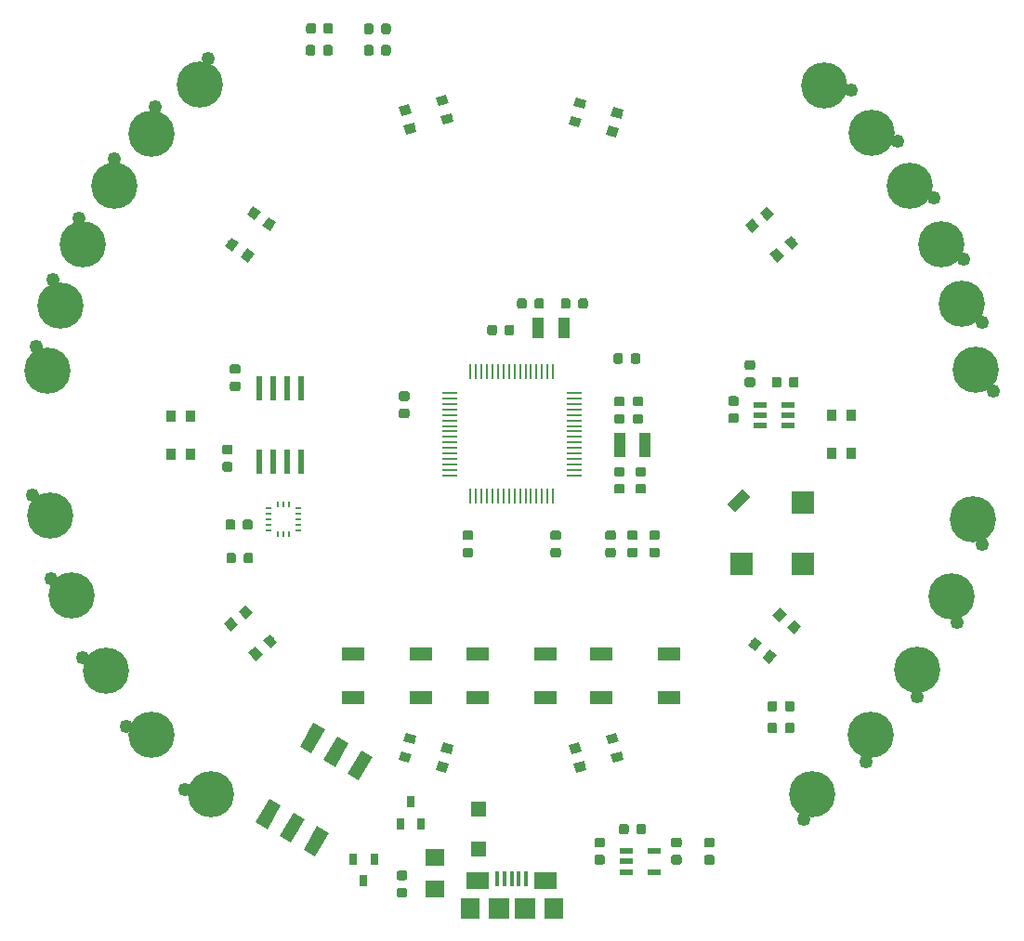
<source format=gtp>
G04 #@! TF.GenerationSoftware,KiCad,Pcbnew,(5.1.4-0-10_14)*
G04 #@! TF.CreationDate,2019-09-22T18:05:18-05:00*
G04 #@! TF.ProjectId,CircuitPythonBadge v1_2,43697263-7569-4745-9079-74686f6e4261,rev?*
G04 #@! TF.SameCoordinates,Original*
G04 #@! TF.FileFunction,Paste,Top*
G04 #@! TF.FilePolarity,Positive*
%FSLAX46Y46*%
G04 Gerber Fmt 4.6, Leading zero omitted, Abs format (unit mm)*
G04 Created by KiCad (PCBNEW (5.1.4-0-10_14)) date 2019-09-22 18:05:18*
%MOMM*%
%LPD*%
G04 APERTURE LIST*
%ADD10R,1.800860X1.597660*%
%ADD11C,1.250000*%
%ADD12C,4.213860*%
%ADD13C,1.198880*%
%ADD14C,0.100000*%
%ADD15C,0.875000*%
%ADD16R,1.399540X1.399540*%
%ADD17R,1.016000X2.199640*%
%ADD18C,0.848360*%
%ADD19R,0.848360X0.998220*%
%ADD20R,0.635000X1.016000*%
%ADD21R,0.599440X2.199640*%
%ADD22R,1.198880X0.548640*%
%ADD23R,0.497840X0.248920*%
%ADD24R,0.248920X0.497840*%
%ADD25R,1.798320X1.899920*%
%ADD26R,1.899920X1.899920*%
%ADD27R,2.098040X1.597660*%
%ADD28R,0.398780X1.348740*%
%ADD29R,1.099820X1.899920*%
%ADD30R,1.998980X1.998980*%
%ADD31C,0.998220*%
%ADD32R,0.280000X1.470000*%
%ADD33R,1.470000X0.280000*%
%ADD34R,1.998980X1.198880*%
G04 APERTURE END LIST*
D10*
X93000000Y-141419860D03*
X93000000Y-138580140D03*
D11*
X56694830Y-91965336D03*
D12*
X57699987Y-94199990D03*
D11*
X70178377Y-132415066D03*
D12*
X72599964Y-132789151D03*
D11*
X142826975Y-89784100D03*
D12*
X140999803Y-88151475D03*
D11*
X58224939Y-85947222D03*
D12*
X58909310Y-88300020D03*
D11*
X60542519Y-80291062D03*
D12*
X60892784Y-82716209D03*
D11*
X63802616Y-74880719D03*
D12*
X63769192Y-77330801D03*
D11*
X67526175Y-70179059D03*
D12*
X67194410Y-72606805D03*
D11*
X72314046Y-65748025D03*
D12*
X71606582Y-68093982D03*
D11*
X140577070Y-117177238D03*
D12*
X140100364Y-114773746D03*
D11*
X142887108Y-110072411D03*
D12*
X142000282Y-107788213D03*
D11*
X136952043Y-123949756D03*
D12*
X136899941Y-121500000D03*
D11*
X64880212Y-126610630D03*
D12*
X67200049Y-127399536D03*
D11*
X60912457Y-120374244D03*
D12*
X63060059Y-121554000D03*
D11*
X57989923Y-113164986D03*
D12*
X59900036Y-114699746D03*
D11*
X56293132Y-105557082D03*
D12*
X57907718Y-107400213D03*
D11*
X138428275Y-78488888D03*
D12*
X136240808Y-77384801D03*
D11*
X135119988Y-73288870D03*
D12*
X132800151Y-72499964D03*
D11*
X143852334Y-96027657D03*
D12*
X142303056Y-94129300D03*
D11*
X130906974Y-68658352D03*
D12*
X128499918Y-68199982D03*
D11*
X141137012Y-84062453D03*
D12*
X139100404Y-82700010D03*
D11*
X126610630Y-135119988D03*
D12*
X127399536Y-132800151D03*
D11*
X132315066Y-129848123D03*
D12*
X132689151Y-127426536D03*
D13*
X77836511Y-134612655D03*
D14*
G36*
X76692541Y-135395190D02*
G01*
X77942221Y-133230680D01*
X78980481Y-133830120D01*
X77730801Y-135994630D01*
X76692541Y-135395190D01*
X76692541Y-135395190D01*
G37*
D13*
X80001020Y-135862335D03*
D14*
G36*
X78857050Y-136644870D02*
G01*
X80106730Y-134480360D01*
X81144990Y-135079800D01*
X79895310Y-137244310D01*
X78857050Y-136644870D01*
X78857050Y-136644870D01*
G37*
D13*
X82165529Y-137112015D03*
D14*
G36*
X81021559Y-137894550D02*
G01*
X82271239Y-135730040D01*
X83309499Y-136329480D01*
X82059819Y-138493990D01*
X81021559Y-137894550D01*
X81021559Y-137894550D01*
G37*
D13*
X86163489Y-130187345D03*
D14*
G36*
X85019519Y-130969880D02*
G01*
X86269199Y-128805370D01*
X87307459Y-129404810D01*
X86057779Y-131569320D01*
X85019519Y-130969880D01*
X85019519Y-130969880D01*
G37*
D13*
X83998980Y-128937665D03*
D14*
G36*
X82855010Y-129720200D02*
G01*
X84104690Y-127555690D01*
X85142950Y-128155130D01*
X83893270Y-130319640D01*
X82855010Y-129720200D01*
X82855010Y-129720200D01*
G37*
D13*
X81834471Y-127687985D03*
D14*
G36*
X80690501Y-128470520D02*
G01*
X81940181Y-126306010D01*
X82978441Y-126905450D01*
X81728761Y-129069960D01*
X80690501Y-128470520D01*
X80690501Y-128470520D01*
G37*
G36*
X101164691Y-87626053D02*
G01*
X101185926Y-87629203D01*
X101206750Y-87634419D01*
X101226962Y-87641651D01*
X101246368Y-87650830D01*
X101264781Y-87661866D01*
X101282024Y-87674654D01*
X101297930Y-87689070D01*
X101312346Y-87704976D01*
X101325134Y-87722219D01*
X101336170Y-87740632D01*
X101345349Y-87760038D01*
X101352581Y-87780250D01*
X101357797Y-87801074D01*
X101360947Y-87822309D01*
X101362000Y-87843750D01*
X101362000Y-88356250D01*
X101360947Y-88377691D01*
X101357797Y-88398926D01*
X101352581Y-88419750D01*
X101345349Y-88439962D01*
X101336170Y-88459368D01*
X101325134Y-88477781D01*
X101312346Y-88495024D01*
X101297930Y-88510930D01*
X101282024Y-88525346D01*
X101264781Y-88538134D01*
X101246368Y-88549170D01*
X101226962Y-88558349D01*
X101206750Y-88565581D01*
X101185926Y-88570797D01*
X101164691Y-88573947D01*
X101143250Y-88575000D01*
X100705750Y-88575000D01*
X100684309Y-88573947D01*
X100663074Y-88570797D01*
X100642250Y-88565581D01*
X100622038Y-88558349D01*
X100602632Y-88549170D01*
X100584219Y-88538134D01*
X100566976Y-88525346D01*
X100551070Y-88510930D01*
X100536654Y-88495024D01*
X100523866Y-88477781D01*
X100512830Y-88459368D01*
X100503651Y-88439962D01*
X100496419Y-88419750D01*
X100491203Y-88398926D01*
X100488053Y-88377691D01*
X100487000Y-88356250D01*
X100487000Y-87843750D01*
X100488053Y-87822309D01*
X100491203Y-87801074D01*
X100496419Y-87780250D01*
X100503651Y-87760038D01*
X100512830Y-87740632D01*
X100523866Y-87722219D01*
X100536654Y-87704976D01*
X100551070Y-87689070D01*
X100566976Y-87674654D01*
X100584219Y-87661866D01*
X100602632Y-87650830D01*
X100622038Y-87641651D01*
X100642250Y-87634419D01*
X100663074Y-87629203D01*
X100684309Y-87626053D01*
X100705750Y-87625000D01*
X101143250Y-87625000D01*
X101164691Y-87626053D01*
X101164691Y-87626053D01*
G37*
D15*
X100924500Y-88100000D03*
D14*
G36*
X102739691Y-87626053D02*
G01*
X102760926Y-87629203D01*
X102781750Y-87634419D01*
X102801962Y-87641651D01*
X102821368Y-87650830D01*
X102839781Y-87661866D01*
X102857024Y-87674654D01*
X102872930Y-87689070D01*
X102887346Y-87704976D01*
X102900134Y-87722219D01*
X102911170Y-87740632D01*
X102920349Y-87760038D01*
X102927581Y-87780250D01*
X102932797Y-87801074D01*
X102935947Y-87822309D01*
X102937000Y-87843750D01*
X102937000Y-88356250D01*
X102935947Y-88377691D01*
X102932797Y-88398926D01*
X102927581Y-88419750D01*
X102920349Y-88439962D01*
X102911170Y-88459368D01*
X102900134Y-88477781D01*
X102887346Y-88495024D01*
X102872930Y-88510930D01*
X102857024Y-88525346D01*
X102839781Y-88538134D01*
X102821368Y-88549170D01*
X102801962Y-88558349D01*
X102781750Y-88565581D01*
X102760926Y-88570797D01*
X102739691Y-88573947D01*
X102718250Y-88575000D01*
X102280750Y-88575000D01*
X102259309Y-88573947D01*
X102238074Y-88570797D01*
X102217250Y-88565581D01*
X102197038Y-88558349D01*
X102177632Y-88549170D01*
X102159219Y-88538134D01*
X102141976Y-88525346D01*
X102126070Y-88510930D01*
X102111654Y-88495024D01*
X102098866Y-88477781D01*
X102087830Y-88459368D01*
X102078651Y-88439962D01*
X102071419Y-88419750D01*
X102066203Y-88398926D01*
X102063053Y-88377691D01*
X102062000Y-88356250D01*
X102062000Y-87843750D01*
X102063053Y-87822309D01*
X102066203Y-87801074D01*
X102071419Y-87780250D01*
X102078651Y-87760038D01*
X102087830Y-87740632D01*
X102098866Y-87722219D01*
X102111654Y-87704976D01*
X102126070Y-87689070D01*
X102141976Y-87674654D01*
X102159219Y-87661866D01*
X102177632Y-87650830D01*
X102197038Y-87641651D01*
X102217250Y-87634419D01*
X102238074Y-87629203D01*
X102259309Y-87626053D01*
X102280750Y-87625000D01*
X102718250Y-87625000D01*
X102739691Y-87626053D01*
X102739691Y-87626053D01*
G37*
D15*
X102499500Y-88100000D03*
D14*
G36*
X105152691Y-87626053D02*
G01*
X105173926Y-87629203D01*
X105194750Y-87634419D01*
X105214962Y-87641651D01*
X105234368Y-87650830D01*
X105252781Y-87661866D01*
X105270024Y-87674654D01*
X105285930Y-87689070D01*
X105300346Y-87704976D01*
X105313134Y-87722219D01*
X105324170Y-87740632D01*
X105333349Y-87760038D01*
X105340581Y-87780250D01*
X105345797Y-87801074D01*
X105348947Y-87822309D01*
X105350000Y-87843750D01*
X105350000Y-88356250D01*
X105348947Y-88377691D01*
X105345797Y-88398926D01*
X105340581Y-88419750D01*
X105333349Y-88439962D01*
X105324170Y-88459368D01*
X105313134Y-88477781D01*
X105300346Y-88495024D01*
X105285930Y-88510930D01*
X105270024Y-88525346D01*
X105252781Y-88538134D01*
X105234368Y-88549170D01*
X105214962Y-88558349D01*
X105194750Y-88565581D01*
X105173926Y-88570797D01*
X105152691Y-88573947D01*
X105131250Y-88575000D01*
X104693750Y-88575000D01*
X104672309Y-88573947D01*
X104651074Y-88570797D01*
X104630250Y-88565581D01*
X104610038Y-88558349D01*
X104590632Y-88549170D01*
X104572219Y-88538134D01*
X104554976Y-88525346D01*
X104539070Y-88510930D01*
X104524654Y-88495024D01*
X104511866Y-88477781D01*
X104500830Y-88459368D01*
X104491651Y-88439962D01*
X104484419Y-88419750D01*
X104479203Y-88398926D01*
X104476053Y-88377691D01*
X104475000Y-88356250D01*
X104475000Y-87843750D01*
X104476053Y-87822309D01*
X104479203Y-87801074D01*
X104484419Y-87780250D01*
X104491651Y-87760038D01*
X104500830Y-87740632D01*
X104511866Y-87722219D01*
X104524654Y-87704976D01*
X104539070Y-87689070D01*
X104554976Y-87674654D01*
X104572219Y-87661866D01*
X104590632Y-87650830D01*
X104610038Y-87641651D01*
X104630250Y-87634419D01*
X104651074Y-87629203D01*
X104672309Y-87626053D01*
X104693750Y-87625000D01*
X105131250Y-87625000D01*
X105152691Y-87626053D01*
X105152691Y-87626053D01*
G37*
D15*
X104912500Y-88100000D03*
D14*
G36*
X106727691Y-87626053D02*
G01*
X106748926Y-87629203D01*
X106769750Y-87634419D01*
X106789962Y-87641651D01*
X106809368Y-87650830D01*
X106827781Y-87661866D01*
X106845024Y-87674654D01*
X106860930Y-87689070D01*
X106875346Y-87704976D01*
X106888134Y-87722219D01*
X106899170Y-87740632D01*
X106908349Y-87760038D01*
X106915581Y-87780250D01*
X106920797Y-87801074D01*
X106923947Y-87822309D01*
X106925000Y-87843750D01*
X106925000Y-88356250D01*
X106923947Y-88377691D01*
X106920797Y-88398926D01*
X106915581Y-88419750D01*
X106908349Y-88439962D01*
X106899170Y-88459368D01*
X106888134Y-88477781D01*
X106875346Y-88495024D01*
X106860930Y-88510930D01*
X106845024Y-88525346D01*
X106827781Y-88538134D01*
X106809368Y-88549170D01*
X106789962Y-88558349D01*
X106769750Y-88565581D01*
X106748926Y-88570797D01*
X106727691Y-88573947D01*
X106706250Y-88575000D01*
X106268750Y-88575000D01*
X106247309Y-88573947D01*
X106226074Y-88570797D01*
X106205250Y-88565581D01*
X106185038Y-88558349D01*
X106165632Y-88549170D01*
X106147219Y-88538134D01*
X106129976Y-88525346D01*
X106114070Y-88510930D01*
X106099654Y-88495024D01*
X106086866Y-88477781D01*
X106075830Y-88459368D01*
X106066651Y-88439962D01*
X106059419Y-88419750D01*
X106054203Y-88398926D01*
X106051053Y-88377691D01*
X106050000Y-88356250D01*
X106050000Y-87843750D01*
X106051053Y-87822309D01*
X106054203Y-87801074D01*
X106059419Y-87780250D01*
X106066651Y-87760038D01*
X106075830Y-87740632D01*
X106086866Y-87722219D01*
X106099654Y-87704976D01*
X106114070Y-87689070D01*
X106129976Y-87674654D01*
X106147219Y-87661866D01*
X106165632Y-87650830D01*
X106185038Y-87641651D01*
X106205250Y-87634419D01*
X106226074Y-87629203D01*
X106247309Y-87626053D01*
X106268750Y-87625000D01*
X106706250Y-87625000D01*
X106727691Y-87626053D01*
X106727691Y-87626053D01*
G37*
D15*
X106487500Y-88100000D03*
D14*
G36*
X109277691Y-108776053D02*
G01*
X109298926Y-108779203D01*
X109319750Y-108784419D01*
X109339962Y-108791651D01*
X109359368Y-108800830D01*
X109377781Y-108811866D01*
X109395024Y-108824654D01*
X109410930Y-108839070D01*
X109425346Y-108854976D01*
X109438134Y-108872219D01*
X109449170Y-108890632D01*
X109458349Y-108910038D01*
X109465581Y-108930250D01*
X109470797Y-108951074D01*
X109473947Y-108972309D01*
X109475000Y-108993750D01*
X109475000Y-109431250D01*
X109473947Y-109452691D01*
X109470797Y-109473926D01*
X109465581Y-109494750D01*
X109458349Y-109514962D01*
X109449170Y-109534368D01*
X109438134Y-109552781D01*
X109425346Y-109570024D01*
X109410930Y-109585930D01*
X109395024Y-109600346D01*
X109377781Y-109613134D01*
X109359368Y-109624170D01*
X109339962Y-109633349D01*
X109319750Y-109640581D01*
X109298926Y-109645797D01*
X109277691Y-109648947D01*
X109256250Y-109650000D01*
X108743750Y-109650000D01*
X108722309Y-109648947D01*
X108701074Y-109645797D01*
X108680250Y-109640581D01*
X108660038Y-109633349D01*
X108640632Y-109624170D01*
X108622219Y-109613134D01*
X108604976Y-109600346D01*
X108589070Y-109585930D01*
X108574654Y-109570024D01*
X108561866Y-109552781D01*
X108550830Y-109534368D01*
X108541651Y-109514962D01*
X108534419Y-109494750D01*
X108529203Y-109473926D01*
X108526053Y-109452691D01*
X108525000Y-109431250D01*
X108525000Y-108993750D01*
X108526053Y-108972309D01*
X108529203Y-108951074D01*
X108534419Y-108930250D01*
X108541651Y-108910038D01*
X108550830Y-108890632D01*
X108561866Y-108872219D01*
X108574654Y-108854976D01*
X108589070Y-108839070D01*
X108604976Y-108824654D01*
X108622219Y-108811866D01*
X108640632Y-108800830D01*
X108660038Y-108791651D01*
X108680250Y-108784419D01*
X108701074Y-108779203D01*
X108722309Y-108776053D01*
X108743750Y-108775000D01*
X109256250Y-108775000D01*
X109277691Y-108776053D01*
X109277691Y-108776053D01*
G37*
D15*
X109000000Y-109212500D03*
D14*
G36*
X109277691Y-110351053D02*
G01*
X109298926Y-110354203D01*
X109319750Y-110359419D01*
X109339962Y-110366651D01*
X109359368Y-110375830D01*
X109377781Y-110386866D01*
X109395024Y-110399654D01*
X109410930Y-110414070D01*
X109425346Y-110429976D01*
X109438134Y-110447219D01*
X109449170Y-110465632D01*
X109458349Y-110485038D01*
X109465581Y-110505250D01*
X109470797Y-110526074D01*
X109473947Y-110547309D01*
X109475000Y-110568750D01*
X109475000Y-111006250D01*
X109473947Y-111027691D01*
X109470797Y-111048926D01*
X109465581Y-111069750D01*
X109458349Y-111089962D01*
X109449170Y-111109368D01*
X109438134Y-111127781D01*
X109425346Y-111145024D01*
X109410930Y-111160930D01*
X109395024Y-111175346D01*
X109377781Y-111188134D01*
X109359368Y-111199170D01*
X109339962Y-111208349D01*
X109319750Y-111215581D01*
X109298926Y-111220797D01*
X109277691Y-111223947D01*
X109256250Y-111225000D01*
X108743750Y-111225000D01*
X108722309Y-111223947D01*
X108701074Y-111220797D01*
X108680250Y-111215581D01*
X108660038Y-111208349D01*
X108640632Y-111199170D01*
X108622219Y-111188134D01*
X108604976Y-111175346D01*
X108589070Y-111160930D01*
X108574654Y-111145024D01*
X108561866Y-111127781D01*
X108550830Y-111109368D01*
X108541651Y-111089962D01*
X108534419Y-111069750D01*
X108529203Y-111048926D01*
X108526053Y-111027691D01*
X108525000Y-111006250D01*
X108525000Y-110568750D01*
X108526053Y-110547309D01*
X108529203Y-110526074D01*
X108534419Y-110505250D01*
X108541651Y-110485038D01*
X108550830Y-110465632D01*
X108561866Y-110447219D01*
X108574654Y-110429976D01*
X108589070Y-110414070D01*
X108604976Y-110399654D01*
X108622219Y-110386866D01*
X108640632Y-110375830D01*
X108660038Y-110366651D01*
X108680250Y-110359419D01*
X108701074Y-110354203D01*
X108722309Y-110351053D01*
X108743750Y-110350000D01*
X109256250Y-110350000D01*
X109277691Y-110351053D01*
X109277691Y-110351053D01*
G37*
D15*
X109000000Y-110787500D03*
D14*
G36*
X112027691Y-102976053D02*
G01*
X112048926Y-102979203D01*
X112069750Y-102984419D01*
X112089962Y-102991651D01*
X112109368Y-103000830D01*
X112127781Y-103011866D01*
X112145024Y-103024654D01*
X112160930Y-103039070D01*
X112175346Y-103054976D01*
X112188134Y-103072219D01*
X112199170Y-103090632D01*
X112208349Y-103110038D01*
X112215581Y-103130250D01*
X112220797Y-103151074D01*
X112223947Y-103172309D01*
X112225000Y-103193750D01*
X112225000Y-103631250D01*
X112223947Y-103652691D01*
X112220797Y-103673926D01*
X112215581Y-103694750D01*
X112208349Y-103714962D01*
X112199170Y-103734368D01*
X112188134Y-103752781D01*
X112175346Y-103770024D01*
X112160930Y-103785930D01*
X112145024Y-103800346D01*
X112127781Y-103813134D01*
X112109368Y-103824170D01*
X112089962Y-103833349D01*
X112069750Y-103840581D01*
X112048926Y-103845797D01*
X112027691Y-103848947D01*
X112006250Y-103850000D01*
X111493750Y-103850000D01*
X111472309Y-103848947D01*
X111451074Y-103845797D01*
X111430250Y-103840581D01*
X111410038Y-103833349D01*
X111390632Y-103824170D01*
X111372219Y-103813134D01*
X111354976Y-103800346D01*
X111339070Y-103785930D01*
X111324654Y-103770024D01*
X111311866Y-103752781D01*
X111300830Y-103734368D01*
X111291651Y-103714962D01*
X111284419Y-103694750D01*
X111279203Y-103673926D01*
X111276053Y-103652691D01*
X111275000Y-103631250D01*
X111275000Y-103193750D01*
X111276053Y-103172309D01*
X111279203Y-103151074D01*
X111284419Y-103130250D01*
X111291651Y-103110038D01*
X111300830Y-103090632D01*
X111311866Y-103072219D01*
X111324654Y-103054976D01*
X111339070Y-103039070D01*
X111354976Y-103024654D01*
X111372219Y-103011866D01*
X111390632Y-103000830D01*
X111410038Y-102991651D01*
X111430250Y-102984419D01*
X111451074Y-102979203D01*
X111472309Y-102976053D01*
X111493750Y-102975000D01*
X112006250Y-102975000D01*
X112027691Y-102976053D01*
X112027691Y-102976053D01*
G37*
D15*
X111750000Y-103412500D03*
D14*
G36*
X112027691Y-104551053D02*
G01*
X112048926Y-104554203D01*
X112069750Y-104559419D01*
X112089962Y-104566651D01*
X112109368Y-104575830D01*
X112127781Y-104586866D01*
X112145024Y-104599654D01*
X112160930Y-104614070D01*
X112175346Y-104629976D01*
X112188134Y-104647219D01*
X112199170Y-104665632D01*
X112208349Y-104685038D01*
X112215581Y-104705250D01*
X112220797Y-104726074D01*
X112223947Y-104747309D01*
X112225000Y-104768750D01*
X112225000Y-105206250D01*
X112223947Y-105227691D01*
X112220797Y-105248926D01*
X112215581Y-105269750D01*
X112208349Y-105289962D01*
X112199170Y-105309368D01*
X112188134Y-105327781D01*
X112175346Y-105345024D01*
X112160930Y-105360930D01*
X112145024Y-105375346D01*
X112127781Y-105388134D01*
X112109368Y-105399170D01*
X112089962Y-105408349D01*
X112069750Y-105415581D01*
X112048926Y-105420797D01*
X112027691Y-105423947D01*
X112006250Y-105425000D01*
X111493750Y-105425000D01*
X111472309Y-105423947D01*
X111451074Y-105420797D01*
X111430250Y-105415581D01*
X111410038Y-105408349D01*
X111390632Y-105399170D01*
X111372219Y-105388134D01*
X111354976Y-105375346D01*
X111339070Y-105360930D01*
X111324654Y-105345024D01*
X111311866Y-105327781D01*
X111300830Y-105309368D01*
X111291651Y-105289962D01*
X111284419Y-105269750D01*
X111279203Y-105248926D01*
X111276053Y-105227691D01*
X111275000Y-105206250D01*
X111275000Y-104768750D01*
X111276053Y-104747309D01*
X111279203Y-104726074D01*
X111284419Y-104705250D01*
X111291651Y-104685038D01*
X111300830Y-104665632D01*
X111311866Y-104647219D01*
X111324654Y-104629976D01*
X111339070Y-104614070D01*
X111354976Y-104599654D01*
X111372219Y-104586866D01*
X111390632Y-104575830D01*
X111410038Y-104566651D01*
X111430250Y-104559419D01*
X111451074Y-104554203D01*
X111472309Y-104551053D01*
X111493750Y-104550000D01*
X112006250Y-104550000D01*
X112027691Y-104551053D01*
X112027691Y-104551053D01*
G37*
D15*
X111750000Y-104987500D03*
D14*
G36*
X110077691Y-104551053D02*
G01*
X110098926Y-104554203D01*
X110119750Y-104559419D01*
X110139962Y-104566651D01*
X110159368Y-104575830D01*
X110177781Y-104586866D01*
X110195024Y-104599654D01*
X110210930Y-104614070D01*
X110225346Y-104629976D01*
X110238134Y-104647219D01*
X110249170Y-104665632D01*
X110258349Y-104685038D01*
X110265581Y-104705250D01*
X110270797Y-104726074D01*
X110273947Y-104747309D01*
X110275000Y-104768750D01*
X110275000Y-105206250D01*
X110273947Y-105227691D01*
X110270797Y-105248926D01*
X110265581Y-105269750D01*
X110258349Y-105289962D01*
X110249170Y-105309368D01*
X110238134Y-105327781D01*
X110225346Y-105345024D01*
X110210930Y-105360930D01*
X110195024Y-105375346D01*
X110177781Y-105388134D01*
X110159368Y-105399170D01*
X110139962Y-105408349D01*
X110119750Y-105415581D01*
X110098926Y-105420797D01*
X110077691Y-105423947D01*
X110056250Y-105425000D01*
X109543750Y-105425000D01*
X109522309Y-105423947D01*
X109501074Y-105420797D01*
X109480250Y-105415581D01*
X109460038Y-105408349D01*
X109440632Y-105399170D01*
X109422219Y-105388134D01*
X109404976Y-105375346D01*
X109389070Y-105360930D01*
X109374654Y-105345024D01*
X109361866Y-105327781D01*
X109350830Y-105309368D01*
X109341651Y-105289962D01*
X109334419Y-105269750D01*
X109329203Y-105248926D01*
X109326053Y-105227691D01*
X109325000Y-105206250D01*
X109325000Y-104768750D01*
X109326053Y-104747309D01*
X109329203Y-104726074D01*
X109334419Y-104705250D01*
X109341651Y-104685038D01*
X109350830Y-104665632D01*
X109361866Y-104647219D01*
X109374654Y-104629976D01*
X109389070Y-104614070D01*
X109404976Y-104599654D01*
X109422219Y-104586866D01*
X109440632Y-104575830D01*
X109460038Y-104566651D01*
X109480250Y-104559419D01*
X109501074Y-104554203D01*
X109522309Y-104551053D01*
X109543750Y-104550000D01*
X110056250Y-104550000D01*
X110077691Y-104551053D01*
X110077691Y-104551053D01*
G37*
D15*
X109800000Y-104987500D03*
D14*
G36*
X110077691Y-102976053D02*
G01*
X110098926Y-102979203D01*
X110119750Y-102984419D01*
X110139962Y-102991651D01*
X110159368Y-103000830D01*
X110177781Y-103011866D01*
X110195024Y-103024654D01*
X110210930Y-103039070D01*
X110225346Y-103054976D01*
X110238134Y-103072219D01*
X110249170Y-103090632D01*
X110258349Y-103110038D01*
X110265581Y-103130250D01*
X110270797Y-103151074D01*
X110273947Y-103172309D01*
X110275000Y-103193750D01*
X110275000Y-103631250D01*
X110273947Y-103652691D01*
X110270797Y-103673926D01*
X110265581Y-103694750D01*
X110258349Y-103714962D01*
X110249170Y-103734368D01*
X110238134Y-103752781D01*
X110225346Y-103770024D01*
X110210930Y-103785930D01*
X110195024Y-103800346D01*
X110177781Y-103813134D01*
X110159368Y-103824170D01*
X110139962Y-103833349D01*
X110119750Y-103840581D01*
X110098926Y-103845797D01*
X110077691Y-103848947D01*
X110056250Y-103850000D01*
X109543750Y-103850000D01*
X109522309Y-103848947D01*
X109501074Y-103845797D01*
X109480250Y-103840581D01*
X109460038Y-103833349D01*
X109440632Y-103824170D01*
X109422219Y-103813134D01*
X109404976Y-103800346D01*
X109389070Y-103785930D01*
X109374654Y-103770024D01*
X109361866Y-103752781D01*
X109350830Y-103734368D01*
X109341651Y-103714962D01*
X109334419Y-103694750D01*
X109329203Y-103673926D01*
X109326053Y-103652691D01*
X109325000Y-103631250D01*
X109325000Y-103193750D01*
X109326053Y-103172309D01*
X109329203Y-103151074D01*
X109334419Y-103130250D01*
X109341651Y-103110038D01*
X109350830Y-103090632D01*
X109361866Y-103072219D01*
X109374654Y-103054976D01*
X109389070Y-103039070D01*
X109404976Y-103024654D01*
X109422219Y-103011866D01*
X109440632Y-103000830D01*
X109460038Y-102991651D01*
X109480250Y-102984419D01*
X109501074Y-102979203D01*
X109522309Y-102976053D01*
X109543750Y-102975000D01*
X110056250Y-102975000D01*
X110077691Y-102976053D01*
X110077691Y-102976053D01*
G37*
D15*
X109800000Y-103412500D03*
D14*
G36*
X111777691Y-98151053D02*
G01*
X111798926Y-98154203D01*
X111819750Y-98159419D01*
X111839962Y-98166651D01*
X111859368Y-98175830D01*
X111877781Y-98186866D01*
X111895024Y-98199654D01*
X111910930Y-98214070D01*
X111925346Y-98229976D01*
X111938134Y-98247219D01*
X111949170Y-98265632D01*
X111958349Y-98285038D01*
X111965581Y-98305250D01*
X111970797Y-98326074D01*
X111973947Y-98347309D01*
X111975000Y-98368750D01*
X111975000Y-98806250D01*
X111973947Y-98827691D01*
X111970797Y-98848926D01*
X111965581Y-98869750D01*
X111958349Y-98889962D01*
X111949170Y-98909368D01*
X111938134Y-98927781D01*
X111925346Y-98945024D01*
X111910930Y-98960930D01*
X111895024Y-98975346D01*
X111877781Y-98988134D01*
X111859368Y-98999170D01*
X111839962Y-99008349D01*
X111819750Y-99015581D01*
X111798926Y-99020797D01*
X111777691Y-99023947D01*
X111756250Y-99025000D01*
X111243750Y-99025000D01*
X111222309Y-99023947D01*
X111201074Y-99020797D01*
X111180250Y-99015581D01*
X111160038Y-99008349D01*
X111140632Y-98999170D01*
X111122219Y-98988134D01*
X111104976Y-98975346D01*
X111089070Y-98960930D01*
X111074654Y-98945024D01*
X111061866Y-98927781D01*
X111050830Y-98909368D01*
X111041651Y-98889962D01*
X111034419Y-98869750D01*
X111029203Y-98848926D01*
X111026053Y-98827691D01*
X111025000Y-98806250D01*
X111025000Y-98368750D01*
X111026053Y-98347309D01*
X111029203Y-98326074D01*
X111034419Y-98305250D01*
X111041651Y-98285038D01*
X111050830Y-98265632D01*
X111061866Y-98247219D01*
X111074654Y-98229976D01*
X111089070Y-98214070D01*
X111104976Y-98199654D01*
X111122219Y-98186866D01*
X111140632Y-98175830D01*
X111160038Y-98166651D01*
X111180250Y-98159419D01*
X111201074Y-98154203D01*
X111222309Y-98151053D01*
X111243750Y-98150000D01*
X111756250Y-98150000D01*
X111777691Y-98151053D01*
X111777691Y-98151053D01*
G37*
D15*
X111500000Y-98587500D03*
D14*
G36*
X111777691Y-96576053D02*
G01*
X111798926Y-96579203D01*
X111819750Y-96584419D01*
X111839962Y-96591651D01*
X111859368Y-96600830D01*
X111877781Y-96611866D01*
X111895024Y-96624654D01*
X111910930Y-96639070D01*
X111925346Y-96654976D01*
X111938134Y-96672219D01*
X111949170Y-96690632D01*
X111958349Y-96710038D01*
X111965581Y-96730250D01*
X111970797Y-96751074D01*
X111973947Y-96772309D01*
X111975000Y-96793750D01*
X111975000Y-97231250D01*
X111973947Y-97252691D01*
X111970797Y-97273926D01*
X111965581Y-97294750D01*
X111958349Y-97314962D01*
X111949170Y-97334368D01*
X111938134Y-97352781D01*
X111925346Y-97370024D01*
X111910930Y-97385930D01*
X111895024Y-97400346D01*
X111877781Y-97413134D01*
X111859368Y-97424170D01*
X111839962Y-97433349D01*
X111819750Y-97440581D01*
X111798926Y-97445797D01*
X111777691Y-97448947D01*
X111756250Y-97450000D01*
X111243750Y-97450000D01*
X111222309Y-97448947D01*
X111201074Y-97445797D01*
X111180250Y-97440581D01*
X111160038Y-97433349D01*
X111140632Y-97424170D01*
X111122219Y-97413134D01*
X111104976Y-97400346D01*
X111089070Y-97385930D01*
X111074654Y-97370024D01*
X111061866Y-97352781D01*
X111050830Y-97334368D01*
X111041651Y-97314962D01*
X111034419Y-97294750D01*
X111029203Y-97273926D01*
X111026053Y-97252691D01*
X111025000Y-97231250D01*
X111025000Y-96793750D01*
X111026053Y-96772309D01*
X111029203Y-96751074D01*
X111034419Y-96730250D01*
X111041651Y-96710038D01*
X111050830Y-96690632D01*
X111061866Y-96672219D01*
X111074654Y-96654976D01*
X111089070Y-96639070D01*
X111104976Y-96624654D01*
X111122219Y-96611866D01*
X111140632Y-96600830D01*
X111160038Y-96591651D01*
X111180250Y-96584419D01*
X111201074Y-96579203D01*
X111222309Y-96576053D01*
X111243750Y-96575000D01*
X111756250Y-96575000D01*
X111777691Y-96576053D01*
X111777691Y-96576053D01*
G37*
D15*
X111500000Y-97012500D03*
D14*
G36*
X98452691Y-90026053D02*
G01*
X98473926Y-90029203D01*
X98494750Y-90034419D01*
X98514962Y-90041651D01*
X98534368Y-90050830D01*
X98552781Y-90061866D01*
X98570024Y-90074654D01*
X98585930Y-90089070D01*
X98600346Y-90104976D01*
X98613134Y-90122219D01*
X98624170Y-90140632D01*
X98633349Y-90160038D01*
X98640581Y-90180250D01*
X98645797Y-90201074D01*
X98648947Y-90222309D01*
X98650000Y-90243750D01*
X98650000Y-90756250D01*
X98648947Y-90777691D01*
X98645797Y-90798926D01*
X98640581Y-90819750D01*
X98633349Y-90839962D01*
X98624170Y-90859368D01*
X98613134Y-90877781D01*
X98600346Y-90895024D01*
X98585930Y-90910930D01*
X98570024Y-90925346D01*
X98552781Y-90938134D01*
X98534368Y-90949170D01*
X98514962Y-90958349D01*
X98494750Y-90965581D01*
X98473926Y-90970797D01*
X98452691Y-90973947D01*
X98431250Y-90975000D01*
X97993750Y-90975000D01*
X97972309Y-90973947D01*
X97951074Y-90970797D01*
X97930250Y-90965581D01*
X97910038Y-90958349D01*
X97890632Y-90949170D01*
X97872219Y-90938134D01*
X97854976Y-90925346D01*
X97839070Y-90910930D01*
X97824654Y-90895024D01*
X97811866Y-90877781D01*
X97800830Y-90859368D01*
X97791651Y-90839962D01*
X97784419Y-90819750D01*
X97779203Y-90798926D01*
X97776053Y-90777691D01*
X97775000Y-90756250D01*
X97775000Y-90243750D01*
X97776053Y-90222309D01*
X97779203Y-90201074D01*
X97784419Y-90180250D01*
X97791651Y-90160038D01*
X97800830Y-90140632D01*
X97811866Y-90122219D01*
X97824654Y-90104976D01*
X97839070Y-90089070D01*
X97854976Y-90074654D01*
X97872219Y-90061866D01*
X97890632Y-90050830D01*
X97910038Y-90041651D01*
X97930250Y-90034419D01*
X97951074Y-90029203D01*
X97972309Y-90026053D01*
X97993750Y-90025000D01*
X98431250Y-90025000D01*
X98452691Y-90026053D01*
X98452691Y-90026053D01*
G37*
D15*
X98212500Y-90500000D03*
D14*
G36*
X100027691Y-90026053D02*
G01*
X100048926Y-90029203D01*
X100069750Y-90034419D01*
X100089962Y-90041651D01*
X100109368Y-90050830D01*
X100127781Y-90061866D01*
X100145024Y-90074654D01*
X100160930Y-90089070D01*
X100175346Y-90104976D01*
X100188134Y-90122219D01*
X100199170Y-90140632D01*
X100208349Y-90160038D01*
X100215581Y-90180250D01*
X100220797Y-90201074D01*
X100223947Y-90222309D01*
X100225000Y-90243750D01*
X100225000Y-90756250D01*
X100223947Y-90777691D01*
X100220797Y-90798926D01*
X100215581Y-90819750D01*
X100208349Y-90839962D01*
X100199170Y-90859368D01*
X100188134Y-90877781D01*
X100175346Y-90895024D01*
X100160930Y-90910930D01*
X100145024Y-90925346D01*
X100127781Y-90938134D01*
X100109368Y-90949170D01*
X100089962Y-90958349D01*
X100069750Y-90965581D01*
X100048926Y-90970797D01*
X100027691Y-90973947D01*
X100006250Y-90975000D01*
X99568750Y-90975000D01*
X99547309Y-90973947D01*
X99526074Y-90970797D01*
X99505250Y-90965581D01*
X99485038Y-90958349D01*
X99465632Y-90949170D01*
X99447219Y-90938134D01*
X99429976Y-90925346D01*
X99414070Y-90910930D01*
X99399654Y-90895024D01*
X99386866Y-90877781D01*
X99375830Y-90859368D01*
X99366651Y-90839962D01*
X99359419Y-90819750D01*
X99354203Y-90798926D01*
X99351053Y-90777691D01*
X99350000Y-90756250D01*
X99350000Y-90243750D01*
X99351053Y-90222309D01*
X99354203Y-90201074D01*
X99359419Y-90180250D01*
X99366651Y-90160038D01*
X99375830Y-90140632D01*
X99386866Y-90122219D01*
X99399654Y-90104976D01*
X99414070Y-90089070D01*
X99429976Y-90074654D01*
X99447219Y-90061866D01*
X99465632Y-90050830D01*
X99485038Y-90041651D01*
X99505250Y-90034419D01*
X99526074Y-90029203D01*
X99547309Y-90026053D01*
X99568750Y-90025000D01*
X100006250Y-90025000D01*
X100027691Y-90026053D01*
X100027691Y-90026053D01*
G37*
D15*
X99787500Y-90500000D03*
D14*
G36*
X104277691Y-110351053D02*
G01*
X104298926Y-110354203D01*
X104319750Y-110359419D01*
X104339962Y-110366651D01*
X104359368Y-110375830D01*
X104377781Y-110386866D01*
X104395024Y-110399654D01*
X104410930Y-110414070D01*
X104425346Y-110429976D01*
X104438134Y-110447219D01*
X104449170Y-110465632D01*
X104458349Y-110485038D01*
X104465581Y-110505250D01*
X104470797Y-110526074D01*
X104473947Y-110547309D01*
X104475000Y-110568750D01*
X104475000Y-111006250D01*
X104473947Y-111027691D01*
X104470797Y-111048926D01*
X104465581Y-111069750D01*
X104458349Y-111089962D01*
X104449170Y-111109368D01*
X104438134Y-111127781D01*
X104425346Y-111145024D01*
X104410930Y-111160930D01*
X104395024Y-111175346D01*
X104377781Y-111188134D01*
X104359368Y-111199170D01*
X104339962Y-111208349D01*
X104319750Y-111215581D01*
X104298926Y-111220797D01*
X104277691Y-111223947D01*
X104256250Y-111225000D01*
X103743750Y-111225000D01*
X103722309Y-111223947D01*
X103701074Y-111220797D01*
X103680250Y-111215581D01*
X103660038Y-111208349D01*
X103640632Y-111199170D01*
X103622219Y-111188134D01*
X103604976Y-111175346D01*
X103589070Y-111160930D01*
X103574654Y-111145024D01*
X103561866Y-111127781D01*
X103550830Y-111109368D01*
X103541651Y-111089962D01*
X103534419Y-111069750D01*
X103529203Y-111048926D01*
X103526053Y-111027691D01*
X103525000Y-111006250D01*
X103525000Y-110568750D01*
X103526053Y-110547309D01*
X103529203Y-110526074D01*
X103534419Y-110505250D01*
X103541651Y-110485038D01*
X103550830Y-110465632D01*
X103561866Y-110447219D01*
X103574654Y-110429976D01*
X103589070Y-110414070D01*
X103604976Y-110399654D01*
X103622219Y-110386866D01*
X103640632Y-110375830D01*
X103660038Y-110366651D01*
X103680250Y-110359419D01*
X103701074Y-110354203D01*
X103722309Y-110351053D01*
X103743750Y-110350000D01*
X104256250Y-110350000D01*
X104277691Y-110351053D01*
X104277691Y-110351053D01*
G37*
D15*
X104000000Y-110787500D03*
D14*
G36*
X104277691Y-108776053D02*
G01*
X104298926Y-108779203D01*
X104319750Y-108784419D01*
X104339962Y-108791651D01*
X104359368Y-108800830D01*
X104377781Y-108811866D01*
X104395024Y-108824654D01*
X104410930Y-108839070D01*
X104425346Y-108854976D01*
X104438134Y-108872219D01*
X104449170Y-108890632D01*
X104458349Y-108910038D01*
X104465581Y-108930250D01*
X104470797Y-108951074D01*
X104473947Y-108972309D01*
X104475000Y-108993750D01*
X104475000Y-109431250D01*
X104473947Y-109452691D01*
X104470797Y-109473926D01*
X104465581Y-109494750D01*
X104458349Y-109514962D01*
X104449170Y-109534368D01*
X104438134Y-109552781D01*
X104425346Y-109570024D01*
X104410930Y-109585930D01*
X104395024Y-109600346D01*
X104377781Y-109613134D01*
X104359368Y-109624170D01*
X104339962Y-109633349D01*
X104319750Y-109640581D01*
X104298926Y-109645797D01*
X104277691Y-109648947D01*
X104256250Y-109650000D01*
X103743750Y-109650000D01*
X103722309Y-109648947D01*
X103701074Y-109645797D01*
X103680250Y-109640581D01*
X103660038Y-109633349D01*
X103640632Y-109624170D01*
X103622219Y-109613134D01*
X103604976Y-109600346D01*
X103589070Y-109585930D01*
X103574654Y-109570024D01*
X103561866Y-109552781D01*
X103550830Y-109534368D01*
X103541651Y-109514962D01*
X103534419Y-109494750D01*
X103529203Y-109473926D01*
X103526053Y-109452691D01*
X103525000Y-109431250D01*
X103525000Y-108993750D01*
X103526053Y-108972309D01*
X103529203Y-108951074D01*
X103534419Y-108930250D01*
X103541651Y-108910038D01*
X103550830Y-108890632D01*
X103561866Y-108872219D01*
X103574654Y-108854976D01*
X103589070Y-108839070D01*
X103604976Y-108824654D01*
X103622219Y-108811866D01*
X103640632Y-108800830D01*
X103660038Y-108791651D01*
X103680250Y-108784419D01*
X103701074Y-108779203D01*
X103722309Y-108776053D01*
X103743750Y-108775000D01*
X104256250Y-108775000D01*
X104277691Y-108776053D01*
X104277691Y-108776053D01*
G37*
D15*
X104000000Y-109212500D03*
D14*
G36*
X90477691Y-97663553D02*
G01*
X90498926Y-97666703D01*
X90519750Y-97671919D01*
X90539962Y-97679151D01*
X90559368Y-97688330D01*
X90577781Y-97699366D01*
X90595024Y-97712154D01*
X90610930Y-97726570D01*
X90625346Y-97742476D01*
X90638134Y-97759719D01*
X90649170Y-97778132D01*
X90658349Y-97797538D01*
X90665581Y-97817750D01*
X90670797Y-97838574D01*
X90673947Y-97859809D01*
X90675000Y-97881250D01*
X90675000Y-98318750D01*
X90673947Y-98340191D01*
X90670797Y-98361426D01*
X90665581Y-98382250D01*
X90658349Y-98402462D01*
X90649170Y-98421868D01*
X90638134Y-98440281D01*
X90625346Y-98457524D01*
X90610930Y-98473430D01*
X90595024Y-98487846D01*
X90577781Y-98500634D01*
X90559368Y-98511670D01*
X90539962Y-98520849D01*
X90519750Y-98528081D01*
X90498926Y-98533297D01*
X90477691Y-98536447D01*
X90456250Y-98537500D01*
X89943750Y-98537500D01*
X89922309Y-98536447D01*
X89901074Y-98533297D01*
X89880250Y-98528081D01*
X89860038Y-98520849D01*
X89840632Y-98511670D01*
X89822219Y-98500634D01*
X89804976Y-98487846D01*
X89789070Y-98473430D01*
X89774654Y-98457524D01*
X89761866Y-98440281D01*
X89750830Y-98421868D01*
X89741651Y-98402462D01*
X89734419Y-98382250D01*
X89729203Y-98361426D01*
X89726053Y-98340191D01*
X89725000Y-98318750D01*
X89725000Y-97881250D01*
X89726053Y-97859809D01*
X89729203Y-97838574D01*
X89734419Y-97817750D01*
X89741651Y-97797538D01*
X89750830Y-97778132D01*
X89761866Y-97759719D01*
X89774654Y-97742476D01*
X89789070Y-97726570D01*
X89804976Y-97712154D01*
X89822219Y-97699366D01*
X89840632Y-97688330D01*
X89860038Y-97679151D01*
X89880250Y-97671919D01*
X89901074Y-97666703D01*
X89922309Y-97663553D01*
X89943750Y-97662500D01*
X90456250Y-97662500D01*
X90477691Y-97663553D01*
X90477691Y-97663553D01*
G37*
D15*
X90200000Y-98100000D03*
D14*
G36*
X90477691Y-96088553D02*
G01*
X90498926Y-96091703D01*
X90519750Y-96096919D01*
X90539962Y-96104151D01*
X90559368Y-96113330D01*
X90577781Y-96124366D01*
X90595024Y-96137154D01*
X90610930Y-96151570D01*
X90625346Y-96167476D01*
X90638134Y-96184719D01*
X90649170Y-96203132D01*
X90658349Y-96222538D01*
X90665581Y-96242750D01*
X90670797Y-96263574D01*
X90673947Y-96284809D01*
X90675000Y-96306250D01*
X90675000Y-96743750D01*
X90673947Y-96765191D01*
X90670797Y-96786426D01*
X90665581Y-96807250D01*
X90658349Y-96827462D01*
X90649170Y-96846868D01*
X90638134Y-96865281D01*
X90625346Y-96882524D01*
X90610930Y-96898430D01*
X90595024Y-96912846D01*
X90577781Y-96925634D01*
X90559368Y-96936670D01*
X90539962Y-96945849D01*
X90519750Y-96953081D01*
X90498926Y-96958297D01*
X90477691Y-96961447D01*
X90456250Y-96962500D01*
X89943750Y-96962500D01*
X89922309Y-96961447D01*
X89901074Y-96958297D01*
X89880250Y-96953081D01*
X89860038Y-96945849D01*
X89840632Y-96936670D01*
X89822219Y-96925634D01*
X89804976Y-96912846D01*
X89789070Y-96898430D01*
X89774654Y-96882524D01*
X89761866Y-96865281D01*
X89750830Y-96846868D01*
X89741651Y-96827462D01*
X89734419Y-96807250D01*
X89729203Y-96786426D01*
X89726053Y-96765191D01*
X89725000Y-96743750D01*
X89725000Y-96306250D01*
X89726053Y-96284809D01*
X89729203Y-96263574D01*
X89734419Y-96242750D01*
X89741651Y-96222538D01*
X89750830Y-96203132D01*
X89761866Y-96184719D01*
X89774654Y-96167476D01*
X89789070Y-96151570D01*
X89804976Y-96137154D01*
X89822219Y-96124366D01*
X89840632Y-96113330D01*
X89860038Y-96104151D01*
X89880250Y-96096919D01*
X89901074Y-96091703D01*
X89922309Y-96088553D01*
X89943750Y-96087500D01*
X90456250Y-96087500D01*
X90477691Y-96088553D01*
X90477691Y-96088553D01*
G37*
D15*
X90200000Y-96525000D03*
D14*
G36*
X110077691Y-98151053D02*
G01*
X110098926Y-98154203D01*
X110119750Y-98159419D01*
X110139962Y-98166651D01*
X110159368Y-98175830D01*
X110177781Y-98186866D01*
X110195024Y-98199654D01*
X110210930Y-98214070D01*
X110225346Y-98229976D01*
X110238134Y-98247219D01*
X110249170Y-98265632D01*
X110258349Y-98285038D01*
X110265581Y-98305250D01*
X110270797Y-98326074D01*
X110273947Y-98347309D01*
X110275000Y-98368750D01*
X110275000Y-98806250D01*
X110273947Y-98827691D01*
X110270797Y-98848926D01*
X110265581Y-98869750D01*
X110258349Y-98889962D01*
X110249170Y-98909368D01*
X110238134Y-98927781D01*
X110225346Y-98945024D01*
X110210930Y-98960930D01*
X110195024Y-98975346D01*
X110177781Y-98988134D01*
X110159368Y-98999170D01*
X110139962Y-99008349D01*
X110119750Y-99015581D01*
X110098926Y-99020797D01*
X110077691Y-99023947D01*
X110056250Y-99025000D01*
X109543750Y-99025000D01*
X109522309Y-99023947D01*
X109501074Y-99020797D01*
X109480250Y-99015581D01*
X109460038Y-99008349D01*
X109440632Y-98999170D01*
X109422219Y-98988134D01*
X109404976Y-98975346D01*
X109389070Y-98960930D01*
X109374654Y-98945024D01*
X109361866Y-98927781D01*
X109350830Y-98909368D01*
X109341651Y-98889962D01*
X109334419Y-98869750D01*
X109329203Y-98848926D01*
X109326053Y-98827691D01*
X109325000Y-98806250D01*
X109325000Y-98368750D01*
X109326053Y-98347309D01*
X109329203Y-98326074D01*
X109334419Y-98305250D01*
X109341651Y-98285038D01*
X109350830Y-98265632D01*
X109361866Y-98247219D01*
X109374654Y-98229976D01*
X109389070Y-98214070D01*
X109404976Y-98199654D01*
X109422219Y-98186866D01*
X109440632Y-98175830D01*
X109460038Y-98166651D01*
X109480250Y-98159419D01*
X109501074Y-98154203D01*
X109522309Y-98151053D01*
X109543750Y-98150000D01*
X110056250Y-98150000D01*
X110077691Y-98151053D01*
X110077691Y-98151053D01*
G37*
D15*
X109800000Y-98587500D03*
D14*
G36*
X110077691Y-96576053D02*
G01*
X110098926Y-96579203D01*
X110119750Y-96584419D01*
X110139962Y-96591651D01*
X110159368Y-96600830D01*
X110177781Y-96611866D01*
X110195024Y-96624654D01*
X110210930Y-96639070D01*
X110225346Y-96654976D01*
X110238134Y-96672219D01*
X110249170Y-96690632D01*
X110258349Y-96710038D01*
X110265581Y-96730250D01*
X110270797Y-96751074D01*
X110273947Y-96772309D01*
X110275000Y-96793750D01*
X110275000Y-97231250D01*
X110273947Y-97252691D01*
X110270797Y-97273926D01*
X110265581Y-97294750D01*
X110258349Y-97314962D01*
X110249170Y-97334368D01*
X110238134Y-97352781D01*
X110225346Y-97370024D01*
X110210930Y-97385930D01*
X110195024Y-97400346D01*
X110177781Y-97413134D01*
X110159368Y-97424170D01*
X110139962Y-97433349D01*
X110119750Y-97440581D01*
X110098926Y-97445797D01*
X110077691Y-97448947D01*
X110056250Y-97450000D01*
X109543750Y-97450000D01*
X109522309Y-97448947D01*
X109501074Y-97445797D01*
X109480250Y-97440581D01*
X109460038Y-97433349D01*
X109440632Y-97424170D01*
X109422219Y-97413134D01*
X109404976Y-97400346D01*
X109389070Y-97385930D01*
X109374654Y-97370024D01*
X109361866Y-97352781D01*
X109350830Y-97334368D01*
X109341651Y-97314962D01*
X109334419Y-97294750D01*
X109329203Y-97273926D01*
X109326053Y-97252691D01*
X109325000Y-97231250D01*
X109325000Y-96793750D01*
X109326053Y-96772309D01*
X109329203Y-96751074D01*
X109334419Y-96730250D01*
X109341651Y-96710038D01*
X109350830Y-96690632D01*
X109361866Y-96672219D01*
X109374654Y-96654976D01*
X109389070Y-96639070D01*
X109404976Y-96624654D01*
X109422219Y-96611866D01*
X109440632Y-96600830D01*
X109460038Y-96591651D01*
X109480250Y-96584419D01*
X109501074Y-96579203D01*
X109522309Y-96576053D01*
X109543750Y-96575000D01*
X110056250Y-96575000D01*
X110077691Y-96576053D01*
X110077691Y-96576053D01*
G37*
D15*
X109800000Y-97012500D03*
D14*
G36*
X96277691Y-110351053D02*
G01*
X96298926Y-110354203D01*
X96319750Y-110359419D01*
X96339962Y-110366651D01*
X96359368Y-110375830D01*
X96377781Y-110386866D01*
X96395024Y-110399654D01*
X96410930Y-110414070D01*
X96425346Y-110429976D01*
X96438134Y-110447219D01*
X96449170Y-110465632D01*
X96458349Y-110485038D01*
X96465581Y-110505250D01*
X96470797Y-110526074D01*
X96473947Y-110547309D01*
X96475000Y-110568750D01*
X96475000Y-111006250D01*
X96473947Y-111027691D01*
X96470797Y-111048926D01*
X96465581Y-111069750D01*
X96458349Y-111089962D01*
X96449170Y-111109368D01*
X96438134Y-111127781D01*
X96425346Y-111145024D01*
X96410930Y-111160930D01*
X96395024Y-111175346D01*
X96377781Y-111188134D01*
X96359368Y-111199170D01*
X96339962Y-111208349D01*
X96319750Y-111215581D01*
X96298926Y-111220797D01*
X96277691Y-111223947D01*
X96256250Y-111225000D01*
X95743750Y-111225000D01*
X95722309Y-111223947D01*
X95701074Y-111220797D01*
X95680250Y-111215581D01*
X95660038Y-111208349D01*
X95640632Y-111199170D01*
X95622219Y-111188134D01*
X95604976Y-111175346D01*
X95589070Y-111160930D01*
X95574654Y-111145024D01*
X95561866Y-111127781D01*
X95550830Y-111109368D01*
X95541651Y-111089962D01*
X95534419Y-111069750D01*
X95529203Y-111048926D01*
X95526053Y-111027691D01*
X95525000Y-111006250D01*
X95525000Y-110568750D01*
X95526053Y-110547309D01*
X95529203Y-110526074D01*
X95534419Y-110505250D01*
X95541651Y-110485038D01*
X95550830Y-110465632D01*
X95561866Y-110447219D01*
X95574654Y-110429976D01*
X95589070Y-110414070D01*
X95604976Y-110399654D01*
X95622219Y-110386866D01*
X95640632Y-110375830D01*
X95660038Y-110366651D01*
X95680250Y-110359419D01*
X95701074Y-110354203D01*
X95722309Y-110351053D01*
X95743750Y-110350000D01*
X96256250Y-110350000D01*
X96277691Y-110351053D01*
X96277691Y-110351053D01*
G37*
D15*
X96000000Y-110787500D03*
D14*
G36*
X96277691Y-108776053D02*
G01*
X96298926Y-108779203D01*
X96319750Y-108784419D01*
X96339962Y-108791651D01*
X96359368Y-108800830D01*
X96377781Y-108811866D01*
X96395024Y-108824654D01*
X96410930Y-108839070D01*
X96425346Y-108854976D01*
X96438134Y-108872219D01*
X96449170Y-108890632D01*
X96458349Y-108910038D01*
X96465581Y-108930250D01*
X96470797Y-108951074D01*
X96473947Y-108972309D01*
X96475000Y-108993750D01*
X96475000Y-109431250D01*
X96473947Y-109452691D01*
X96470797Y-109473926D01*
X96465581Y-109494750D01*
X96458349Y-109514962D01*
X96449170Y-109534368D01*
X96438134Y-109552781D01*
X96425346Y-109570024D01*
X96410930Y-109585930D01*
X96395024Y-109600346D01*
X96377781Y-109613134D01*
X96359368Y-109624170D01*
X96339962Y-109633349D01*
X96319750Y-109640581D01*
X96298926Y-109645797D01*
X96277691Y-109648947D01*
X96256250Y-109650000D01*
X95743750Y-109650000D01*
X95722309Y-109648947D01*
X95701074Y-109645797D01*
X95680250Y-109640581D01*
X95660038Y-109633349D01*
X95640632Y-109624170D01*
X95622219Y-109613134D01*
X95604976Y-109600346D01*
X95589070Y-109585930D01*
X95574654Y-109570024D01*
X95561866Y-109552781D01*
X95550830Y-109534368D01*
X95541651Y-109514962D01*
X95534419Y-109494750D01*
X95529203Y-109473926D01*
X95526053Y-109452691D01*
X95525000Y-109431250D01*
X95525000Y-108993750D01*
X95526053Y-108972309D01*
X95529203Y-108951074D01*
X95534419Y-108930250D01*
X95541651Y-108910038D01*
X95550830Y-108890632D01*
X95561866Y-108872219D01*
X95574654Y-108854976D01*
X95589070Y-108839070D01*
X95604976Y-108824654D01*
X95622219Y-108811866D01*
X95640632Y-108800830D01*
X95660038Y-108791651D01*
X95680250Y-108784419D01*
X95701074Y-108779203D01*
X95722309Y-108776053D01*
X95743750Y-108775000D01*
X96256250Y-108775000D01*
X96277691Y-108776053D01*
X96277691Y-108776053D01*
G37*
D15*
X96000000Y-109212500D03*
D14*
G36*
X110452691Y-135526053D02*
G01*
X110473926Y-135529203D01*
X110494750Y-135534419D01*
X110514962Y-135541651D01*
X110534368Y-135550830D01*
X110552781Y-135561866D01*
X110570024Y-135574654D01*
X110585930Y-135589070D01*
X110600346Y-135604976D01*
X110613134Y-135622219D01*
X110624170Y-135640632D01*
X110633349Y-135660038D01*
X110640581Y-135680250D01*
X110645797Y-135701074D01*
X110648947Y-135722309D01*
X110650000Y-135743750D01*
X110650000Y-136256250D01*
X110648947Y-136277691D01*
X110645797Y-136298926D01*
X110640581Y-136319750D01*
X110633349Y-136339962D01*
X110624170Y-136359368D01*
X110613134Y-136377781D01*
X110600346Y-136395024D01*
X110585930Y-136410930D01*
X110570024Y-136425346D01*
X110552781Y-136438134D01*
X110534368Y-136449170D01*
X110514962Y-136458349D01*
X110494750Y-136465581D01*
X110473926Y-136470797D01*
X110452691Y-136473947D01*
X110431250Y-136475000D01*
X109993750Y-136475000D01*
X109972309Y-136473947D01*
X109951074Y-136470797D01*
X109930250Y-136465581D01*
X109910038Y-136458349D01*
X109890632Y-136449170D01*
X109872219Y-136438134D01*
X109854976Y-136425346D01*
X109839070Y-136410930D01*
X109824654Y-136395024D01*
X109811866Y-136377781D01*
X109800830Y-136359368D01*
X109791651Y-136339962D01*
X109784419Y-136319750D01*
X109779203Y-136298926D01*
X109776053Y-136277691D01*
X109775000Y-136256250D01*
X109775000Y-135743750D01*
X109776053Y-135722309D01*
X109779203Y-135701074D01*
X109784419Y-135680250D01*
X109791651Y-135660038D01*
X109800830Y-135640632D01*
X109811866Y-135622219D01*
X109824654Y-135604976D01*
X109839070Y-135589070D01*
X109854976Y-135574654D01*
X109872219Y-135561866D01*
X109890632Y-135550830D01*
X109910038Y-135541651D01*
X109930250Y-135534419D01*
X109951074Y-135529203D01*
X109972309Y-135526053D01*
X109993750Y-135525000D01*
X110431250Y-135525000D01*
X110452691Y-135526053D01*
X110452691Y-135526053D01*
G37*
D15*
X110212500Y-136000000D03*
D14*
G36*
X112027691Y-135526053D02*
G01*
X112048926Y-135529203D01*
X112069750Y-135534419D01*
X112089962Y-135541651D01*
X112109368Y-135550830D01*
X112127781Y-135561866D01*
X112145024Y-135574654D01*
X112160930Y-135589070D01*
X112175346Y-135604976D01*
X112188134Y-135622219D01*
X112199170Y-135640632D01*
X112208349Y-135660038D01*
X112215581Y-135680250D01*
X112220797Y-135701074D01*
X112223947Y-135722309D01*
X112225000Y-135743750D01*
X112225000Y-136256250D01*
X112223947Y-136277691D01*
X112220797Y-136298926D01*
X112215581Y-136319750D01*
X112208349Y-136339962D01*
X112199170Y-136359368D01*
X112188134Y-136377781D01*
X112175346Y-136395024D01*
X112160930Y-136410930D01*
X112145024Y-136425346D01*
X112127781Y-136438134D01*
X112109368Y-136449170D01*
X112089962Y-136458349D01*
X112069750Y-136465581D01*
X112048926Y-136470797D01*
X112027691Y-136473947D01*
X112006250Y-136475000D01*
X111568750Y-136475000D01*
X111547309Y-136473947D01*
X111526074Y-136470797D01*
X111505250Y-136465581D01*
X111485038Y-136458349D01*
X111465632Y-136449170D01*
X111447219Y-136438134D01*
X111429976Y-136425346D01*
X111414070Y-136410930D01*
X111399654Y-136395024D01*
X111386866Y-136377781D01*
X111375830Y-136359368D01*
X111366651Y-136339962D01*
X111359419Y-136319750D01*
X111354203Y-136298926D01*
X111351053Y-136277691D01*
X111350000Y-136256250D01*
X111350000Y-135743750D01*
X111351053Y-135722309D01*
X111354203Y-135701074D01*
X111359419Y-135680250D01*
X111366651Y-135660038D01*
X111375830Y-135640632D01*
X111386866Y-135622219D01*
X111399654Y-135604976D01*
X111414070Y-135589070D01*
X111429976Y-135574654D01*
X111447219Y-135561866D01*
X111465632Y-135550830D01*
X111485038Y-135541651D01*
X111505250Y-135534419D01*
X111526074Y-135529203D01*
X111547309Y-135526053D01*
X111568750Y-135525000D01*
X112006250Y-135525000D01*
X112027691Y-135526053D01*
X112027691Y-135526053D01*
G37*
D15*
X111787500Y-136000000D03*
D14*
G36*
X115277691Y-138351053D02*
G01*
X115298926Y-138354203D01*
X115319750Y-138359419D01*
X115339962Y-138366651D01*
X115359368Y-138375830D01*
X115377781Y-138386866D01*
X115395024Y-138399654D01*
X115410930Y-138414070D01*
X115425346Y-138429976D01*
X115438134Y-138447219D01*
X115449170Y-138465632D01*
X115458349Y-138485038D01*
X115465581Y-138505250D01*
X115470797Y-138526074D01*
X115473947Y-138547309D01*
X115475000Y-138568750D01*
X115475000Y-139006250D01*
X115473947Y-139027691D01*
X115470797Y-139048926D01*
X115465581Y-139069750D01*
X115458349Y-139089962D01*
X115449170Y-139109368D01*
X115438134Y-139127781D01*
X115425346Y-139145024D01*
X115410930Y-139160930D01*
X115395024Y-139175346D01*
X115377781Y-139188134D01*
X115359368Y-139199170D01*
X115339962Y-139208349D01*
X115319750Y-139215581D01*
X115298926Y-139220797D01*
X115277691Y-139223947D01*
X115256250Y-139225000D01*
X114743750Y-139225000D01*
X114722309Y-139223947D01*
X114701074Y-139220797D01*
X114680250Y-139215581D01*
X114660038Y-139208349D01*
X114640632Y-139199170D01*
X114622219Y-139188134D01*
X114604976Y-139175346D01*
X114589070Y-139160930D01*
X114574654Y-139145024D01*
X114561866Y-139127781D01*
X114550830Y-139109368D01*
X114541651Y-139089962D01*
X114534419Y-139069750D01*
X114529203Y-139048926D01*
X114526053Y-139027691D01*
X114525000Y-139006250D01*
X114525000Y-138568750D01*
X114526053Y-138547309D01*
X114529203Y-138526074D01*
X114534419Y-138505250D01*
X114541651Y-138485038D01*
X114550830Y-138465632D01*
X114561866Y-138447219D01*
X114574654Y-138429976D01*
X114589070Y-138414070D01*
X114604976Y-138399654D01*
X114622219Y-138386866D01*
X114640632Y-138375830D01*
X114660038Y-138366651D01*
X114680250Y-138359419D01*
X114701074Y-138354203D01*
X114722309Y-138351053D01*
X114743750Y-138350000D01*
X115256250Y-138350000D01*
X115277691Y-138351053D01*
X115277691Y-138351053D01*
G37*
D15*
X115000000Y-138787500D03*
D14*
G36*
X115277691Y-136776053D02*
G01*
X115298926Y-136779203D01*
X115319750Y-136784419D01*
X115339962Y-136791651D01*
X115359368Y-136800830D01*
X115377781Y-136811866D01*
X115395024Y-136824654D01*
X115410930Y-136839070D01*
X115425346Y-136854976D01*
X115438134Y-136872219D01*
X115449170Y-136890632D01*
X115458349Y-136910038D01*
X115465581Y-136930250D01*
X115470797Y-136951074D01*
X115473947Y-136972309D01*
X115475000Y-136993750D01*
X115475000Y-137431250D01*
X115473947Y-137452691D01*
X115470797Y-137473926D01*
X115465581Y-137494750D01*
X115458349Y-137514962D01*
X115449170Y-137534368D01*
X115438134Y-137552781D01*
X115425346Y-137570024D01*
X115410930Y-137585930D01*
X115395024Y-137600346D01*
X115377781Y-137613134D01*
X115359368Y-137624170D01*
X115339962Y-137633349D01*
X115319750Y-137640581D01*
X115298926Y-137645797D01*
X115277691Y-137648947D01*
X115256250Y-137650000D01*
X114743750Y-137650000D01*
X114722309Y-137648947D01*
X114701074Y-137645797D01*
X114680250Y-137640581D01*
X114660038Y-137633349D01*
X114640632Y-137624170D01*
X114622219Y-137613134D01*
X114604976Y-137600346D01*
X114589070Y-137585930D01*
X114574654Y-137570024D01*
X114561866Y-137552781D01*
X114550830Y-137534368D01*
X114541651Y-137514962D01*
X114534419Y-137494750D01*
X114529203Y-137473926D01*
X114526053Y-137452691D01*
X114525000Y-137431250D01*
X114525000Y-136993750D01*
X114526053Y-136972309D01*
X114529203Y-136951074D01*
X114534419Y-136930250D01*
X114541651Y-136910038D01*
X114550830Y-136890632D01*
X114561866Y-136872219D01*
X114574654Y-136854976D01*
X114589070Y-136839070D01*
X114604976Y-136824654D01*
X114622219Y-136811866D01*
X114640632Y-136800830D01*
X114660038Y-136791651D01*
X114680250Y-136784419D01*
X114701074Y-136779203D01*
X114722309Y-136776053D01*
X114743750Y-136775000D01*
X115256250Y-136775000D01*
X115277691Y-136776053D01*
X115277691Y-136776053D01*
G37*
D15*
X115000000Y-137212500D03*
D14*
G36*
X118277691Y-136776053D02*
G01*
X118298926Y-136779203D01*
X118319750Y-136784419D01*
X118339962Y-136791651D01*
X118359368Y-136800830D01*
X118377781Y-136811866D01*
X118395024Y-136824654D01*
X118410930Y-136839070D01*
X118425346Y-136854976D01*
X118438134Y-136872219D01*
X118449170Y-136890632D01*
X118458349Y-136910038D01*
X118465581Y-136930250D01*
X118470797Y-136951074D01*
X118473947Y-136972309D01*
X118475000Y-136993750D01*
X118475000Y-137431250D01*
X118473947Y-137452691D01*
X118470797Y-137473926D01*
X118465581Y-137494750D01*
X118458349Y-137514962D01*
X118449170Y-137534368D01*
X118438134Y-137552781D01*
X118425346Y-137570024D01*
X118410930Y-137585930D01*
X118395024Y-137600346D01*
X118377781Y-137613134D01*
X118359368Y-137624170D01*
X118339962Y-137633349D01*
X118319750Y-137640581D01*
X118298926Y-137645797D01*
X118277691Y-137648947D01*
X118256250Y-137650000D01*
X117743750Y-137650000D01*
X117722309Y-137648947D01*
X117701074Y-137645797D01*
X117680250Y-137640581D01*
X117660038Y-137633349D01*
X117640632Y-137624170D01*
X117622219Y-137613134D01*
X117604976Y-137600346D01*
X117589070Y-137585930D01*
X117574654Y-137570024D01*
X117561866Y-137552781D01*
X117550830Y-137534368D01*
X117541651Y-137514962D01*
X117534419Y-137494750D01*
X117529203Y-137473926D01*
X117526053Y-137452691D01*
X117525000Y-137431250D01*
X117525000Y-136993750D01*
X117526053Y-136972309D01*
X117529203Y-136951074D01*
X117534419Y-136930250D01*
X117541651Y-136910038D01*
X117550830Y-136890632D01*
X117561866Y-136872219D01*
X117574654Y-136854976D01*
X117589070Y-136839070D01*
X117604976Y-136824654D01*
X117622219Y-136811866D01*
X117640632Y-136800830D01*
X117660038Y-136791651D01*
X117680250Y-136784419D01*
X117701074Y-136779203D01*
X117722309Y-136776053D01*
X117743750Y-136775000D01*
X118256250Y-136775000D01*
X118277691Y-136776053D01*
X118277691Y-136776053D01*
G37*
D15*
X118000000Y-137212500D03*
D14*
G36*
X118277691Y-138351053D02*
G01*
X118298926Y-138354203D01*
X118319750Y-138359419D01*
X118339962Y-138366651D01*
X118359368Y-138375830D01*
X118377781Y-138386866D01*
X118395024Y-138399654D01*
X118410930Y-138414070D01*
X118425346Y-138429976D01*
X118438134Y-138447219D01*
X118449170Y-138465632D01*
X118458349Y-138485038D01*
X118465581Y-138505250D01*
X118470797Y-138526074D01*
X118473947Y-138547309D01*
X118475000Y-138568750D01*
X118475000Y-139006250D01*
X118473947Y-139027691D01*
X118470797Y-139048926D01*
X118465581Y-139069750D01*
X118458349Y-139089962D01*
X118449170Y-139109368D01*
X118438134Y-139127781D01*
X118425346Y-139145024D01*
X118410930Y-139160930D01*
X118395024Y-139175346D01*
X118377781Y-139188134D01*
X118359368Y-139199170D01*
X118339962Y-139208349D01*
X118319750Y-139215581D01*
X118298926Y-139220797D01*
X118277691Y-139223947D01*
X118256250Y-139225000D01*
X117743750Y-139225000D01*
X117722309Y-139223947D01*
X117701074Y-139220797D01*
X117680250Y-139215581D01*
X117660038Y-139208349D01*
X117640632Y-139199170D01*
X117622219Y-139188134D01*
X117604976Y-139175346D01*
X117589070Y-139160930D01*
X117574654Y-139145024D01*
X117561866Y-139127781D01*
X117550830Y-139109368D01*
X117541651Y-139089962D01*
X117534419Y-139069750D01*
X117529203Y-139048926D01*
X117526053Y-139027691D01*
X117525000Y-139006250D01*
X117525000Y-138568750D01*
X117526053Y-138547309D01*
X117529203Y-138526074D01*
X117534419Y-138505250D01*
X117541651Y-138485038D01*
X117550830Y-138465632D01*
X117561866Y-138447219D01*
X117574654Y-138429976D01*
X117589070Y-138414070D01*
X117604976Y-138399654D01*
X117622219Y-138386866D01*
X117640632Y-138375830D01*
X117660038Y-138366651D01*
X117680250Y-138359419D01*
X117701074Y-138354203D01*
X117722309Y-138351053D01*
X117743750Y-138350000D01*
X118256250Y-138350000D01*
X118277691Y-138351053D01*
X118277691Y-138351053D01*
G37*
D15*
X118000000Y-138787500D03*
D14*
G36*
X120477691Y-98111053D02*
G01*
X120498926Y-98114203D01*
X120519750Y-98119419D01*
X120539962Y-98126651D01*
X120559368Y-98135830D01*
X120577781Y-98146866D01*
X120595024Y-98159654D01*
X120610930Y-98174070D01*
X120625346Y-98189976D01*
X120638134Y-98207219D01*
X120649170Y-98225632D01*
X120658349Y-98245038D01*
X120665581Y-98265250D01*
X120670797Y-98286074D01*
X120673947Y-98307309D01*
X120675000Y-98328750D01*
X120675000Y-98766250D01*
X120673947Y-98787691D01*
X120670797Y-98808926D01*
X120665581Y-98829750D01*
X120658349Y-98849962D01*
X120649170Y-98869368D01*
X120638134Y-98887781D01*
X120625346Y-98905024D01*
X120610930Y-98920930D01*
X120595024Y-98935346D01*
X120577781Y-98948134D01*
X120559368Y-98959170D01*
X120539962Y-98968349D01*
X120519750Y-98975581D01*
X120498926Y-98980797D01*
X120477691Y-98983947D01*
X120456250Y-98985000D01*
X119943750Y-98985000D01*
X119922309Y-98983947D01*
X119901074Y-98980797D01*
X119880250Y-98975581D01*
X119860038Y-98968349D01*
X119840632Y-98959170D01*
X119822219Y-98948134D01*
X119804976Y-98935346D01*
X119789070Y-98920930D01*
X119774654Y-98905024D01*
X119761866Y-98887781D01*
X119750830Y-98869368D01*
X119741651Y-98849962D01*
X119734419Y-98829750D01*
X119729203Y-98808926D01*
X119726053Y-98787691D01*
X119725000Y-98766250D01*
X119725000Y-98328750D01*
X119726053Y-98307309D01*
X119729203Y-98286074D01*
X119734419Y-98265250D01*
X119741651Y-98245038D01*
X119750830Y-98225632D01*
X119761866Y-98207219D01*
X119774654Y-98189976D01*
X119789070Y-98174070D01*
X119804976Y-98159654D01*
X119822219Y-98146866D01*
X119840632Y-98135830D01*
X119860038Y-98126651D01*
X119880250Y-98119419D01*
X119901074Y-98114203D01*
X119922309Y-98111053D01*
X119943750Y-98110000D01*
X120456250Y-98110000D01*
X120477691Y-98111053D01*
X120477691Y-98111053D01*
G37*
D15*
X120200000Y-98547500D03*
D14*
G36*
X120477691Y-96536053D02*
G01*
X120498926Y-96539203D01*
X120519750Y-96544419D01*
X120539962Y-96551651D01*
X120559368Y-96560830D01*
X120577781Y-96571866D01*
X120595024Y-96584654D01*
X120610930Y-96599070D01*
X120625346Y-96614976D01*
X120638134Y-96632219D01*
X120649170Y-96650632D01*
X120658349Y-96670038D01*
X120665581Y-96690250D01*
X120670797Y-96711074D01*
X120673947Y-96732309D01*
X120675000Y-96753750D01*
X120675000Y-97191250D01*
X120673947Y-97212691D01*
X120670797Y-97233926D01*
X120665581Y-97254750D01*
X120658349Y-97274962D01*
X120649170Y-97294368D01*
X120638134Y-97312781D01*
X120625346Y-97330024D01*
X120610930Y-97345930D01*
X120595024Y-97360346D01*
X120577781Y-97373134D01*
X120559368Y-97384170D01*
X120539962Y-97393349D01*
X120519750Y-97400581D01*
X120498926Y-97405797D01*
X120477691Y-97408947D01*
X120456250Y-97410000D01*
X119943750Y-97410000D01*
X119922309Y-97408947D01*
X119901074Y-97405797D01*
X119880250Y-97400581D01*
X119860038Y-97393349D01*
X119840632Y-97384170D01*
X119822219Y-97373134D01*
X119804976Y-97360346D01*
X119789070Y-97345930D01*
X119774654Y-97330024D01*
X119761866Y-97312781D01*
X119750830Y-97294368D01*
X119741651Y-97274962D01*
X119734419Y-97254750D01*
X119729203Y-97233926D01*
X119726053Y-97212691D01*
X119725000Y-97191250D01*
X119725000Y-96753750D01*
X119726053Y-96732309D01*
X119729203Y-96711074D01*
X119734419Y-96690250D01*
X119741651Y-96670038D01*
X119750830Y-96650632D01*
X119761866Y-96632219D01*
X119774654Y-96614976D01*
X119789070Y-96599070D01*
X119804976Y-96584654D01*
X119822219Y-96571866D01*
X119840632Y-96560830D01*
X119860038Y-96551651D01*
X119880250Y-96544419D01*
X119901074Y-96539203D01*
X119922309Y-96536053D01*
X119943750Y-96535000D01*
X120456250Y-96535000D01*
X120477691Y-96536053D01*
X120477691Y-96536053D01*
G37*
D15*
X120200000Y-96972500D03*
D16*
X97000000Y-137849120D03*
X97000000Y-134150880D03*
D17*
X112125220Y-101000000D03*
X109874780Y-101000000D03*
D14*
G36*
X87200691Y-62576053D02*
G01*
X87221926Y-62579203D01*
X87242750Y-62584419D01*
X87262962Y-62591651D01*
X87282368Y-62600830D01*
X87300781Y-62611866D01*
X87318024Y-62624654D01*
X87333930Y-62639070D01*
X87348346Y-62654976D01*
X87361134Y-62672219D01*
X87372170Y-62690632D01*
X87381349Y-62710038D01*
X87388581Y-62730250D01*
X87393797Y-62751074D01*
X87396947Y-62772309D01*
X87398000Y-62793750D01*
X87398000Y-63306250D01*
X87396947Y-63327691D01*
X87393797Y-63348926D01*
X87388581Y-63369750D01*
X87381349Y-63389962D01*
X87372170Y-63409368D01*
X87361134Y-63427781D01*
X87348346Y-63445024D01*
X87333930Y-63460930D01*
X87318024Y-63475346D01*
X87300781Y-63488134D01*
X87282368Y-63499170D01*
X87262962Y-63508349D01*
X87242750Y-63515581D01*
X87221926Y-63520797D01*
X87200691Y-63523947D01*
X87179250Y-63525000D01*
X86741750Y-63525000D01*
X86720309Y-63523947D01*
X86699074Y-63520797D01*
X86678250Y-63515581D01*
X86658038Y-63508349D01*
X86638632Y-63499170D01*
X86620219Y-63488134D01*
X86602976Y-63475346D01*
X86587070Y-63460930D01*
X86572654Y-63445024D01*
X86559866Y-63427781D01*
X86548830Y-63409368D01*
X86539651Y-63389962D01*
X86532419Y-63369750D01*
X86527203Y-63348926D01*
X86524053Y-63327691D01*
X86523000Y-63306250D01*
X86523000Y-62793750D01*
X86524053Y-62772309D01*
X86527203Y-62751074D01*
X86532419Y-62730250D01*
X86539651Y-62710038D01*
X86548830Y-62690632D01*
X86559866Y-62672219D01*
X86572654Y-62654976D01*
X86587070Y-62639070D01*
X86602976Y-62624654D01*
X86620219Y-62611866D01*
X86638632Y-62600830D01*
X86658038Y-62591651D01*
X86678250Y-62584419D01*
X86699074Y-62579203D01*
X86720309Y-62576053D01*
X86741750Y-62575000D01*
X87179250Y-62575000D01*
X87200691Y-62576053D01*
X87200691Y-62576053D01*
G37*
D15*
X86960500Y-63050000D03*
D14*
G36*
X88775691Y-62576053D02*
G01*
X88796926Y-62579203D01*
X88817750Y-62584419D01*
X88837962Y-62591651D01*
X88857368Y-62600830D01*
X88875781Y-62611866D01*
X88893024Y-62624654D01*
X88908930Y-62639070D01*
X88923346Y-62654976D01*
X88936134Y-62672219D01*
X88947170Y-62690632D01*
X88956349Y-62710038D01*
X88963581Y-62730250D01*
X88968797Y-62751074D01*
X88971947Y-62772309D01*
X88973000Y-62793750D01*
X88973000Y-63306250D01*
X88971947Y-63327691D01*
X88968797Y-63348926D01*
X88963581Y-63369750D01*
X88956349Y-63389962D01*
X88947170Y-63409368D01*
X88936134Y-63427781D01*
X88923346Y-63445024D01*
X88908930Y-63460930D01*
X88893024Y-63475346D01*
X88875781Y-63488134D01*
X88857368Y-63499170D01*
X88837962Y-63508349D01*
X88817750Y-63515581D01*
X88796926Y-63520797D01*
X88775691Y-63523947D01*
X88754250Y-63525000D01*
X88316750Y-63525000D01*
X88295309Y-63523947D01*
X88274074Y-63520797D01*
X88253250Y-63515581D01*
X88233038Y-63508349D01*
X88213632Y-63499170D01*
X88195219Y-63488134D01*
X88177976Y-63475346D01*
X88162070Y-63460930D01*
X88147654Y-63445024D01*
X88134866Y-63427781D01*
X88123830Y-63409368D01*
X88114651Y-63389962D01*
X88107419Y-63369750D01*
X88102203Y-63348926D01*
X88099053Y-63327691D01*
X88098000Y-63306250D01*
X88098000Y-62793750D01*
X88099053Y-62772309D01*
X88102203Y-62751074D01*
X88107419Y-62730250D01*
X88114651Y-62710038D01*
X88123830Y-62690632D01*
X88134866Y-62672219D01*
X88147654Y-62654976D01*
X88162070Y-62639070D01*
X88177976Y-62624654D01*
X88195219Y-62611866D01*
X88213632Y-62600830D01*
X88233038Y-62591651D01*
X88253250Y-62584419D01*
X88274074Y-62579203D01*
X88295309Y-62576053D01*
X88316750Y-62575000D01*
X88754250Y-62575000D01*
X88775691Y-62576053D01*
X88775691Y-62576053D01*
G37*
D15*
X88535500Y-63050000D03*
D14*
G36*
X83520191Y-62536053D02*
G01*
X83541426Y-62539203D01*
X83562250Y-62544419D01*
X83582462Y-62551651D01*
X83601868Y-62560830D01*
X83620281Y-62571866D01*
X83637524Y-62584654D01*
X83653430Y-62599070D01*
X83667846Y-62614976D01*
X83680634Y-62632219D01*
X83691670Y-62650632D01*
X83700849Y-62670038D01*
X83708081Y-62690250D01*
X83713297Y-62711074D01*
X83716447Y-62732309D01*
X83717500Y-62753750D01*
X83717500Y-63266250D01*
X83716447Y-63287691D01*
X83713297Y-63308926D01*
X83708081Y-63329750D01*
X83700849Y-63349962D01*
X83691670Y-63369368D01*
X83680634Y-63387781D01*
X83667846Y-63405024D01*
X83653430Y-63420930D01*
X83637524Y-63435346D01*
X83620281Y-63448134D01*
X83601868Y-63459170D01*
X83582462Y-63468349D01*
X83562250Y-63475581D01*
X83541426Y-63480797D01*
X83520191Y-63483947D01*
X83498750Y-63485000D01*
X83061250Y-63485000D01*
X83039809Y-63483947D01*
X83018574Y-63480797D01*
X82997750Y-63475581D01*
X82977538Y-63468349D01*
X82958132Y-63459170D01*
X82939719Y-63448134D01*
X82922476Y-63435346D01*
X82906570Y-63420930D01*
X82892154Y-63405024D01*
X82879366Y-63387781D01*
X82868330Y-63369368D01*
X82859151Y-63349962D01*
X82851919Y-63329750D01*
X82846703Y-63308926D01*
X82843553Y-63287691D01*
X82842500Y-63266250D01*
X82842500Y-62753750D01*
X82843553Y-62732309D01*
X82846703Y-62711074D01*
X82851919Y-62690250D01*
X82859151Y-62670038D01*
X82868330Y-62650632D01*
X82879366Y-62632219D01*
X82892154Y-62614976D01*
X82906570Y-62599070D01*
X82922476Y-62584654D01*
X82939719Y-62571866D01*
X82958132Y-62560830D01*
X82977538Y-62551651D01*
X82997750Y-62544419D01*
X83018574Y-62539203D01*
X83039809Y-62536053D01*
X83061250Y-62535000D01*
X83498750Y-62535000D01*
X83520191Y-62536053D01*
X83520191Y-62536053D01*
G37*
D15*
X83280000Y-63010000D03*
D14*
G36*
X81945191Y-62536053D02*
G01*
X81966426Y-62539203D01*
X81987250Y-62544419D01*
X82007462Y-62551651D01*
X82026868Y-62560830D01*
X82045281Y-62571866D01*
X82062524Y-62584654D01*
X82078430Y-62599070D01*
X82092846Y-62614976D01*
X82105634Y-62632219D01*
X82116670Y-62650632D01*
X82125849Y-62670038D01*
X82133081Y-62690250D01*
X82138297Y-62711074D01*
X82141447Y-62732309D01*
X82142500Y-62753750D01*
X82142500Y-63266250D01*
X82141447Y-63287691D01*
X82138297Y-63308926D01*
X82133081Y-63329750D01*
X82125849Y-63349962D01*
X82116670Y-63369368D01*
X82105634Y-63387781D01*
X82092846Y-63405024D01*
X82078430Y-63420930D01*
X82062524Y-63435346D01*
X82045281Y-63448134D01*
X82026868Y-63459170D01*
X82007462Y-63468349D01*
X81987250Y-63475581D01*
X81966426Y-63480797D01*
X81945191Y-63483947D01*
X81923750Y-63485000D01*
X81486250Y-63485000D01*
X81464809Y-63483947D01*
X81443574Y-63480797D01*
X81422750Y-63475581D01*
X81402538Y-63468349D01*
X81383132Y-63459170D01*
X81364719Y-63448134D01*
X81347476Y-63435346D01*
X81331570Y-63420930D01*
X81317154Y-63405024D01*
X81304366Y-63387781D01*
X81293330Y-63369368D01*
X81284151Y-63349962D01*
X81276919Y-63329750D01*
X81271703Y-63308926D01*
X81268553Y-63287691D01*
X81267500Y-63266250D01*
X81267500Y-62753750D01*
X81268553Y-62732309D01*
X81271703Y-62711074D01*
X81276919Y-62690250D01*
X81284151Y-62670038D01*
X81293330Y-62650632D01*
X81304366Y-62632219D01*
X81317154Y-62614976D01*
X81331570Y-62599070D01*
X81347476Y-62584654D01*
X81364719Y-62571866D01*
X81383132Y-62560830D01*
X81402538Y-62551651D01*
X81422750Y-62544419D01*
X81443574Y-62539203D01*
X81464809Y-62536053D01*
X81486250Y-62535000D01*
X81923750Y-62535000D01*
X81945191Y-62536053D01*
X81945191Y-62536053D01*
G37*
D15*
X81705000Y-63010000D03*
D18*
X106234171Y-69823721D03*
D14*
G36*
X106606488Y-70362627D02*
G01*
X105642282Y-70104268D01*
X105861854Y-69284815D01*
X106826060Y-69543174D01*
X106606488Y-70362627D01*
X106606488Y-70362627D01*
G37*
D18*
X105781880Y-71511696D03*
D14*
G36*
X106154197Y-72050602D02*
G01*
X105189991Y-71792243D01*
X105409563Y-70972790D01*
X106373769Y-71231149D01*
X106154197Y-72050602D01*
X106154197Y-72050602D01*
G37*
D18*
X109157829Y-72416279D03*
D14*
G36*
X109530146Y-72955185D02*
G01*
X108565940Y-72696826D01*
X108785512Y-71877373D01*
X109749718Y-72135732D01*
X109530146Y-72955185D01*
X109530146Y-72955185D01*
G37*
D18*
X109610120Y-70728304D03*
D14*
G36*
X109982437Y-71267210D02*
G01*
X109018231Y-71008851D01*
X109237803Y-70189398D01*
X110202009Y-70447757D01*
X109982437Y-71267210D01*
X109982437Y-71267210D01*
G37*
D18*
X90287880Y-129423696D03*
D14*
G36*
X89915563Y-128884790D02*
G01*
X90879769Y-129143149D01*
X90660197Y-129962602D01*
X89695991Y-129704243D01*
X89915563Y-128884790D01*
X89915563Y-128884790D01*
G37*
D18*
X90740171Y-127735721D03*
D14*
G36*
X90367854Y-127196815D02*
G01*
X91332060Y-127455174D01*
X91112488Y-128274627D01*
X90148282Y-128016268D01*
X90367854Y-127196815D01*
X90367854Y-127196815D01*
G37*
D18*
X94116120Y-128640304D03*
D14*
G36*
X93743803Y-128101398D02*
G01*
X94708009Y-128359757D01*
X94488437Y-129179210D01*
X93524231Y-128920851D01*
X93743803Y-128101398D01*
X93743803Y-128101398D01*
G37*
D18*
X93663829Y-130328279D03*
D14*
G36*
X93291512Y-129789373D02*
G01*
X94255718Y-130047732D01*
X94036146Y-130867185D01*
X93071940Y-130608826D01*
X93291512Y-129789373D01*
X93291512Y-129789373D01*
G37*
D18*
X125490623Y-82565036D03*
D14*
G36*
X125486504Y-83220034D02*
G01*
X124844861Y-82455353D01*
X125494742Y-81910038D01*
X126136385Y-82674719D01*
X125486504Y-83220034D01*
X125486504Y-83220034D01*
G37*
D18*
X124151945Y-83688320D03*
D14*
G36*
X124147826Y-84343318D02*
G01*
X123506183Y-83578637D01*
X124156064Y-83033322D01*
X124797707Y-83798003D01*
X124147826Y-84343318D01*
X124147826Y-84343318D01*
G37*
D18*
X121905377Y-81010964D03*
D14*
G36*
X121901258Y-81665962D02*
G01*
X121259615Y-80901281D01*
X121909496Y-80355966D01*
X122551139Y-81120647D01*
X121901258Y-81665962D01*
X121901258Y-81665962D01*
G37*
D18*
X123244055Y-79887680D03*
D14*
G36*
X123239936Y-80542678D02*
G01*
X122598293Y-79777997D01*
X123248174Y-79232682D01*
X123889817Y-79997363D01*
X123239936Y-80542678D01*
X123239936Y-80542678D01*
G37*
D18*
X76653945Y-120010320D03*
D14*
G36*
X76658064Y-119355322D02*
G01*
X77299707Y-120120003D01*
X76649826Y-120665318D01*
X76008183Y-119900637D01*
X76658064Y-119355322D01*
X76658064Y-119355322D01*
G37*
D18*
X77992623Y-118887036D03*
D14*
G36*
X77996742Y-118232038D02*
G01*
X78638385Y-118996719D01*
X77988504Y-119542034D01*
X77346861Y-118777353D01*
X77996742Y-118232038D01*
X77996742Y-118232038D01*
G37*
D18*
X75746055Y-116209680D03*
D14*
G36*
X75750174Y-115554682D02*
G01*
X76391817Y-116319363D01*
X75741936Y-116864678D01*
X75100293Y-116099997D01*
X75750174Y-115554682D01*
X75750174Y-115554682D01*
G37*
D18*
X74407377Y-117332964D03*
D14*
G36*
X74411496Y-116677966D02*
G01*
X75053139Y-117442647D01*
X74403258Y-117987962D01*
X73761615Y-117223281D01*
X74411496Y-116677966D01*
X74411496Y-116677966D01*
G37*
D19*
X130921760Y-98252480D03*
X129174240Y-98252480D03*
X129174240Y-101747520D03*
X130921760Y-101747520D03*
X68976240Y-98328480D03*
X70723760Y-98328480D03*
X70723760Y-101823520D03*
X68976240Y-101823520D03*
D18*
X123498055Y-120264320D03*
D14*
G36*
X122852293Y-120374003D02*
G01*
X123493936Y-119609322D01*
X124143817Y-120154637D01*
X123502174Y-120919318D01*
X122852293Y-120374003D01*
X122852293Y-120374003D01*
G37*
D18*
X122159377Y-119141036D03*
D14*
G36*
X121513615Y-119250719D02*
G01*
X122155258Y-118486038D01*
X122805139Y-119031353D01*
X122163496Y-119796034D01*
X121513615Y-119250719D01*
X121513615Y-119250719D01*
G37*
D18*
X124405945Y-116463680D03*
D14*
G36*
X123760183Y-116573363D02*
G01*
X124401826Y-115808682D01*
X125051707Y-116353997D01*
X124410064Y-117118678D01*
X123760183Y-116573363D01*
X123760183Y-116573363D01*
G37*
D18*
X125744623Y-117586964D03*
D14*
G36*
X125098861Y-117696647D02*
G01*
X125740504Y-116931966D01*
X126390385Y-117477281D01*
X125748742Y-118241962D01*
X125098861Y-117696647D01*
X125098861Y-117696647D01*
G37*
D18*
X74481921Y-82718316D03*
D14*
G36*
X75115667Y-82552769D02*
G01*
X74543111Y-83370463D01*
X73848175Y-82883863D01*
X74420731Y-82066169D01*
X75115667Y-82552769D01*
X75115667Y-82552769D01*
G37*
D18*
X75913406Y-83720653D03*
D14*
G36*
X76547152Y-83555106D02*
G01*
X75974596Y-84372800D01*
X75279660Y-83886200D01*
X75852216Y-83068506D01*
X76547152Y-83555106D01*
X76547152Y-83555106D01*
G37*
D18*
X77918079Y-80857684D03*
D14*
G36*
X78551825Y-80692137D02*
G01*
X77979269Y-81509831D01*
X77284333Y-81023231D01*
X77856889Y-80205537D01*
X78551825Y-80692137D01*
X78551825Y-80692137D01*
G37*
D18*
X76486594Y-79855347D03*
D14*
G36*
X77120340Y-79689800D02*
G01*
X76547784Y-80507494D01*
X75852848Y-80020894D01*
X76425404Y-79203200D01*
X77120340Y-79689800D01*
X77120340Y-79689800D01*
G37*
D18*
X109610120Y-129423696D03*
D14*
G36*
X109018231Y-129143149D02*
G01*
X109982437Y-128884790D01*
X110202009Y-129704243D01*
X109237803Y-129962602D01*
X109018231Y-129143149D01*
X109018231Y-129143149D01*
G37*
D18*
X109157829Y-127735721D03*
D14*
G36*
X108565940Y-127455174D02*
G01*
X109530146Y-127196815D01*
X109749718Y-128016268D01*
X108785512Y-128274627D01*
X108565940Y-127455174D01*
X108565940Y-127455174D01*
G37*
D18*
X105781880Y-128640304D03*
D14*
G36*
X105189991Y-128359757D02*
G01*
X106154197Y-128101398D01*
X106373769Y-128920851D01*
X105409563Y-129179210D01*
X105189991Y-128359757D01*
X105189991Y-128359757D01*
G37*
D18*
X106234171Y-130328279D03*
D14*
G36*
X105642282Y-130047732D02*
G01*
X106606488Y-129789373D01*
X106826060Y-130608826D01*
X105861854Y-130867185D01*
X105642282Y-130047732D01*
X105642282Y-130047732D01*
G37*
D18*
X93663829Y-69569721D03*
D14*
G36*
X94255718Y-69850268D02*
G01*
X93291512Y-70108627D01*
X93071940Y-69289174D01*
X94036146Y-69030815D01*
X94255718Y-69850268D01*
X94255718Y-69850268D01*
G37*
D18*
X94116120Y-71257696D03*
D14*
G36*
X94708009Y-71538243D02*
G01*
X93743803Y-71796602D01*
X93524231Y-70977149D01*
X94488437Y-70718790D01*
X94708009Y-71538243D01*
X94708009Y-71538243D01*
G37*
D18*
X90740171Y-72162279D03*
D14*
G36*
X91332060Y-72442826D02*
G01*
X90367854Y-72701185D01*
X90148282Y-71881732D01*
X91112488Y-71623373D01*
X91332060Y-72442826D01*
X91332060Y-72442826D01*
G37*
D18*
X90287880Y-70474304D03*
D14*
G36*
X90879769Y-70754851D02*
G01*
X89915563Y-71013210D01*
X89695991Y-70193757D01*
X90660197Y-69935398D01*
X90879769Y-70754851D01*
X90879769Y-70754851D01*
G37*
D20*
X87449960Y-138701780D03*
X85550040Y-138701780D03*
X86500000Y-140698220D03*
X90800000Y-133501780D03*
X91749960Y-135498220D03*
X89850040Y-135498220D03*
D14*
G36*
X74600691Y-107776053D02*
G01*
X74621926Y-107779203D01*
X74642750Y-107784419D01*
X74662962Y-107791651D01*
X74682368Y-107800830D01*
X74700781Y-107811866D01*
X74718024Y-107824654D01*
X74733930Y-107839070D01*
X74748346Y-107854976D01*
X74761134Y-107872219D01*
X74772170Y-107890632D01*
X74781349Y-107910038D01*
X74788581Y-107930250D01*
X74793797Y-107951074D01*
X74796947Y-107972309D01*
X74798000Y-107993750D01*
X74798000Y-108506250D01*
X74796947Y-108527691D01*
X74793797Y-108548926D01*
X74788581Y-108569750D01*
X74781349Y-108589962D01*
X74772170Y-108609368D01*
X74761134Y-108627781D01*
X74748346Y-108645024D01*
X74733930Y-108660930D01*
X74718024Y-108675346D01*
X74700781Y-108688134D01*
X74682368Y-108699170D01*
X74662962Y-108708349D01*
X74642750Y-108715581D01*
X74621926Y-108720797D01*
X74600691Y-108723947D01*
X74579250Y-108725000D01*
X74141750Y-108725000D01*
X74120309Y-108723947D01*
X74099074Y-108720797D01*
X74078250Y-108715581D01*
X74058038Y-108708349D01*
X74038632Y-108699170D01*
X74020219Y-108688134D01*
X74002976Y-108675346D01*
X73987070Y-108660930D01*
X73972654Y-108645024D01*
X73959866Y-108627781D01*
X73948830Y-108609368D01*
X73939651Y-108589962D01*
X73932419Y-108569750D01*
X73927203Y-108548926D01*
X73924053Y-108527691D01*
X73923000Y-108506250D01*
X73923000Y-107993750D01*
X73924053Y-107972309D01*
X73927203Y-107951074D01*
X73932419Y-107930250D01*
X73939651Y-107910038D01*
X73948830Y-107890632D01*
X73959866Y-107872219D01*
X73972654Y-107854976D01*
X73987070Y-107839070D01*
X74002976Y-107824654D01*
X74020219Y-107811866D01*
X74038632Y-107800830D01*
X74058038Y-107791651D01*
X74078250Y-107784419D01*
X74099074Y-107779203D01*
X74120309Y-107776053D01*
X74141750Y-107775000D01*
X74579250Y-107775000D01*
X74600691Y-107776053D01*
X74600691Y-107776053D01*
G37*
D15*
X74360500Y-108250000D03*
D14*
G36*
X76175691Y-107776053D02*
G01*
X76196926Y-107779203D01*
X76217750Y-107784419D01*
X76237962Y-107791651D01*
X76257368Y-107800830D01*
X76275781Y-107811866D01*
X76293024Y-107824654D01*
X76308930Y-107839070D01*
X76323346Y-107854976D01*
X76336134Y-107872219D01*
X76347170Y-107890632D01*
X76356349Y-107910038D01*
X76363581Y-107930250D01*
X76368797Y-107951074D01*
X76371947Y-107972309D01*
X76373000Y-107993750D01*
X76373000Y-108506250D01*
X76371947Y-108527691D01*
X76368797Y-108548926D01*
X76363581Y-108569750D01*
X76356349Y-108589962D01*
X76347170Y-108609368D01*
X76336134Y-108627781D01*
X76323346Y-108645024D01*
X76308930Y-108660930D01*
X76293024Y-108675346D01*
X76275781Y-108688134D01*
X76257368Y-108699170D01*
X76237962Y-108708349D01*
X76217750Y-108715581D01*
X76196926Y-108720797D01*
X76175691Y-108723947D01*
X76154250Y-108725000D01*
X75716750Y-108725000D01*
X75695309Y-108723947D01*
X75674074Y-108720797D01*
X75653250Y-108715581D01*
X75633038Y-108708349D01*
X75613632Y-108699170D01*
X75595219Y-108688134D01*
X75577976Y-108675346D01*
X75562070Y-108660930D01*
X75547654Y-108645024D01*
X75534866Y-108627781D01*
X75523830Y-108609368D01*
X75514651Y-108589962D01*
X75507419Y-108569750D01*
X75502203Y-108548926D01*
X75499053Y-108527691D01*
X75498000Y-108506250D01*
X75498000Y-107993750D01*
X75499053Y-107972309D01*
X75502203Y-107951074D01*
X75507419Y-107930250D01*
X75514651Y-107910038D01*
X75523830Y-107890632D01*
X75534866Y-107872219D01*
X75547654Y-107854976D01*
X75562070Y-107839070D01*
X75577976Y-107824654D01*
X75595219Y-107811866D01*
X75613632Y-107800830D01*
X75633038Y-107791651D01*
X75653250Y-107784419D01*
X75674074Y-107779203D01*
X75695309Y-107776053D01*
X75716750Y-107775000D01*
X76154250Y-107775000D01*
X76175691Y-107776053D01*
X76175691Y-107776053D01*
G37*
D15*
X75935500Y-108250000D03*
D14*
G36*
X76240191Y-110824053D02*
G01*
X76261426Y-110827203D01*
X76282250Y-110832419D01*
X76302462Y-110839651D01*
X76321868Y-110848830D01*
X76340281Y-110859866D01*
X76357524Y-110872654D01*
X76373430Y-110887070D01*
X76387846Y-110902976D01*
X76400634Y-110920219D01*
X76411670Y-110938632D01*
X76420849Y-110958038D01*
X76428081Y-110978250D01*
X76433297Y-110999074D01*
X76436447Y-111020309D01*
X76437500Y-111041750D01*
X76437500Y-111554250D01*
X76436447Y-111575691D01*
X76433297Y-111596926D01*
X76428081Y-111617750D01*
X76420849Y-111637962D01*
X76411670Y-111657368D01*
X76400634Y-111675781D01*
X76387846Y-111693024D01*
X76373430Y-111708930D01*
X76357524Y-111723346D01*
X76340281Y-111736134D01*
X76321868Y-111747170D01*
X76302462Y-111756349D01*
X76282250Y-111763581D01*
X76261426Y-111768797D01*
X76240191Y-111771947D01*
X76218750Y-111773000D01*
X75781250Y-111773000D01*
X75759809Y-111771947D01*
X75738574Y-111768797D01*
X75717750Y-111763581D01*
X75697538Y-111756349D01*
X75678132Y-111747170D01*
X75659719Y-111736134D01*
X75642476Y-111723346D01*
X75626570Y-111708930D01*
X75612154Y-111693024D01*
X75599366Y-111675781D01*
X75588330Y-111657368D01*
X75579151Y-111637962D01*
X75571919Y-111617750D01*
X75566703Y-111596926D01*
X75563553Y-111575691D01*
X75562500Y-111554250D01*
X75562500Y-111041750D01*
X75563553Y-111020309D01*
X75566703Y-110999074D01*
X75571919Y-110978250D01*
X75579151Y-110958038D01*
X75588330Y-110938632D01*
X75599366Y-110920219D01*
X75612154Y-110902976D01*
X75626570Y-110887070D01*
X75642476Y-110872654D01*
X75659719Y-110859866D01*
X75678132Y-110848830D01*
X75697538Y-110839651D01*
X75717750Y-110832419D01*
X75738574Y-110827203D01*
X75759809Y-110824053D01*
X75781250Y-110823000D01*
X76218750Y-110823000D01*
X76240191Y-110824053D01*
X76240191Y-110824053D01*
G37*
D15*
X76000000Y-111298000D03*
D14*
G36*
X74665191Y-110824053D02*
G01*
X74686426Y-110827203D01*
X74707250Y-110832419D01*
X74727462Y-110839651D01*
X74746868Y-110848830D01*
X74765281Y-110859866D01*
X74782524Y-110872654D01*
X74798430Y-110887070D01*
X74812846Y-110902976D01*
X74825634Y-110920219D01*
X74836670Y-110938632D01*
X74845849Y-110958038D01*
X74853081Y-110978250D01*
X74858297Y-110999074D01*
X74861447Y-111020309D01*
X74862500Y-111041750D01*
X74862500Y-111554250D01*
X74861447Y-111575691D01*
X74858297Y-111596926D01*
X74853081Y-111617750D01*
X74845849Y-111637962D01*
X74836670Y-111657368D01*
X74825634Y-111675781D01*
X74812846Y-111693024D01*
X74798430Y-111708930D01*
X74782524Y-111723346D01*
X74765281Y-111736134D01*
X74746868Y-111747170D01*
X74727462Y-111756349D01*
X74707250Y-111763581D01*
X74686426Y-111768797D01*
X74665191Y-111771947D01*
X74643750Y-111773000D01*
X74206250Y-111773000D01*
X74184809Y-111771947D01*
X74163574Y-111768797D01*
X74142750Y-111763581D01*
X74122538Y-111756349D01*
X74103132Y-111747170D01*
X74084719Y-111736134D01*
X74067476Y-111723346D01*
X74051570Y-111708930D01*
X74037154Y-111693024D01*
X74024366Y-111675781D01*
X74013330Y-111657368D01*
X74004151Y-111637962D01*
X73996919Y-111617750D01*
X73991703Y-111596926D01*
X73988553Y-111575691D01*
X73987500Y-111554250D01*
X73987500Y-111041750D01*
X73988553Y-111020309D01*
X73991703Y-110999074D01*
X73996919Y-110978250D01*
X74004151Y-110958038D01*
X74013330Y-110938632D01*
X74024366Y-110920219D01*
X74037154Y-110902976D01*
X74051570Y-110887070D01*
X74067476Y-110872654D01*
X74084719Y-110859866D01*
X74103132Y-110848830D01*
X74122538Y-110839651D01*
X74142750Y-110832419D01*
X74163574Y-110827203D01*
X74184809Y-110824053D01*
X74206250Y-110823000D01*
X74643750Y-110823000D01*
X74665191Y-110824053D01*
X74665191Y-110824053D01*
G37*
D15*
X74425000Y-111298000D03*
D14*
G36*
X111277691Y-110351053D02*
G01*
X111298926Y-110354203D01*
X111319750Y-110359419D01*
X111339962Y-110366651D01*
X111359368Y-110375830D01*
X111377781Y-110386866D01*
X111395024Y-110399654D01*
X111410930Y-110414070D01*
X111425346Y-110429976D01*
X111438134Y-110447219D01*
X111449170Y-110465632D01*
X111458349Y-110485038D01*
X111465581Y-110505250D01*
X111470797Y-110526074D01*
X111473947Y-110547309D01*
X111475000Y-110568750D01*
X111475000Y-111006250D01*
X111473947Y-111027691D01*
X111470797Y-111048926D01*
X111465581Y-111069750D01*
X111458349Y-111089962D01*
X111449170Y-111109368D01*
X111438134Y-111127781D01*
X111425346Y-111145024D01*
X111410930Y-111160930D01*
X111395024Y-111175346D01*
X111377781Y-111188134D01*
X111359368Y-111199170D01*
X111339962Y-111208349D01*
X111319750Y-111215581D01*
X111298926Y-111220797D01*
X111277691Y-111223947D01*
X111256250Y-111225000D01*
X110743750Y-111225000D01*
X110722309Y-111223947D01*
X110701074Y-111220797D01*
X110680250Y-111215581D01*
X110660038Y-111208349D01*
X110640632Y-111199170D01*
X110622219Y-111188134D01*
X110604976Y-111175346D01*
X110589070Y-111160930D01*
X110574654Y-111145024D01*
X110561866Y-111127781D01*
X110550830Y-111109368D01*
X110541651Y-111089962D01*
X110534419Y-111069750D01*
X110529203Y-111048926D01*
X110526053Y-111027691D01*
X110525000Y-111006250D01*
X110525000Y-110568750D01*
X110526053Y-110547309D01*
X110529203Y-110526074D01*
X110534419Y-110505250D01*
X110541651Y-110485038D01*
X110550830Y-110465632D01*
X110561866Y-110447219D01*
X110574654Y-110429976D01*
X110589070Y-110414070D01*
X110604976Y-110399654D01*
X110622219Y-110386866D01*
X110640632Y-110375830D01*
X110660038Y-110366651D01*
X110680250Y-110359419D01*
X110701074Y-110354203D01*
X110722309Y-110351053D01*
X110743750Y-110350000D01*
X111256250Y-110350000D01*
X111277691Y-110351053D01*
X111277691Y-110351053D01*
G37*
D15*
X111000000Y-110787500D03*
D14*
G36*
X111277691Y-108776053D02*
G01*
X111298926Y-108779203D01*
X111319750Y-108784419D01*
X111339962Y-108791651D01*
X111359368Y-108800830D01*
X111377781Y-108811866D01*
X111395024Y-108824654D01*
X111410930Y-108839070D01*
X111425346Y-108854976D01*
X111438134Y-108872219D01*
X111449170Y-108890632D01*
X111458349Y-108910038D01*
X111465581Y-108930250D01*
X111470797Y-108951074D01*
X111473947Y-108972309D01*
X111475000Y-108993750D01*
X111475000Y-109431250D01*
X111473947Y-109452691D01*
X111470797Y-109473926D01*
X111465581Y-109494750D01*
X111458349Y-109514962D01*
X111449170Y-109534368D01*
X111438134Y-109552781D01*
X111425346Y-109570024D01*
X111410930Y-109585930D01*
X111395024Y-109600346D01*
X111377781Y-109613134D01*
X111359368Y-109624170D01*
X111339962Y-109633349D01*
X111319750Y-109640581D01*
X111298926Y-109645797D01*
X111277691Y-109648947D01*
X111256250Y-109650000D01*
X110743750Y-109650000D01*
X110722309Y-109648947D01*
X110701074Y-109645797D01*
X110680250Y-109640581D01*
X110660038Y-109633349D01*
X110640632Y-109624170D01*
X110622219Y-109613134D01*
X110604976Y-109600346D01*
X110589070Y-109585930D01*
X110574654Y-109570024D01*
X110561866Y-109552781D01*
X110550830Y-109534368D01*
X110541651Y-109514962D01*
X110534419Y-109494750D01*
X110529203Y-109473926D01*
X110526053Y-109452691D01*
X110525000Y-109431250D01*
X110525000Y-108993750D01*
X110526053Y-108972309D01*
X110529203Y-108951074D01*
X110534419Y-108930250D01*
X110541651Y-108910038D01*
X110550830Y-108890632D01*
X110561866Y-108872219D01*
X110574654Y-108854976D01*
X110589070Y-108839070D01*
X110604976Y-108824654D01*
X110622219Y-108811866D01*
X110640632Y-108800830D01*
X110660038Y-108791651D01*
X110680250Y-108784419D01*
X110701074Y-108779203D01*
X110722309Y-108776053D01*
X110743750Y-108775000D01*
X111256250Y-108775000D01*
X111277691Y-108776053D01*
X111277691Y-108776053D01*
G37*
D15*
X111000000Y-109212500D03*
D14*
G36*
X74377691Y-102539053D02*
G01*
X74398926Y-102542203D01*
X74419750Y-102547419D01*
X74439962Y-102554651D01*
X74459368Y-102563830D01*
X74477781Y-102574866D01*
X74495024Y-102587654D01*
X74510930Y-102602070D01*
X74525346Y-102617976D01*
X74538134Y-102635219D01*
X74549170Y-102653632D01*
X74558349Y-102673038D01*
X74565581Y-102693250D01*
X74570797Y-102714074D01*
X74573947Y-102735309D01*
X74575000Y-102756750D01*
X74575000Y-103194250D01*
X74573947Y-103215691D01*
X74570797Y-103236926D01*
X74565581Y-103257750D01*
X74558349Y-103277962D01*
X74549170Y-103297368D01*
X74538134Y-103315781D01*
X74525346Y-103333024D01*
X74510930Y-103348930D01*
X74495024Y-103363346D01*
X74477781Y-103376134D01*
X74459368Y-103387170D01*
X74439962Y-103396349D01*
X74419750Y-103403581D01*
X74398926Y-103408797D01*
X74377691Y-103411947D01*
X74356250Y-103413000D01*
X73843750Y-103413000D01*
X73822309Y-103411947D01*
X73801074Y-103408797D01*
X73780250Y-103403581D01*
X73760038Y-103396349D01*
X73740632Y-103387170D01*
X73722219Y-103376134D01*
X73704976Y-103363346D01*
X73689070Y-103348930D01*
X73674654Y-103333024D01*
X73661866Y-103315781D01*
X73650830Y-103297368D01*
X73641651Y-103277962D01*
X73634419Y-103257750D01*
X73629203Y-103236926D01*
X73626053Y-103215691D01*
X73625000Y-103194250D01*
X73625000Y-102756750D01*
X73626053Y-102735309D01*
X73629203Y-102714074D01*
X73634419Y-102693250D01*
X73641651Y-102673038D01*
X73650830Y-102653632D01*
X73661866Y-102635219D01*
X73674654Y-102617976D01*
X73689070Y-102602070D01*
X73704976Y-102587654D01*
X73722219Y-102574866D01*
X73740632Y-102563830D01*
X73760038Y-102554651D01*
X73780250Y-102547419D01*
X73801074Y-102542203D01*
X73822309Y-102539053D01*
X73843750Y-102538000D01*
X74356250Y-102538000D01*
X74377691Y-102539053D01*
X74377691Y-102539053D01*
G37*
D15*
X74100000Y-102975500D03*
D14*
G36*
X74377691Y-100964053D02*
G01*
X74398926Y-100967203D01*
X74419750Y-100972419D01*
X74439962Y-100979651D01*
X74459368Y-100988830D01*
X74477781Y-100999866D01*
X74495024Y-101012654D01*
X74510930Y-101027070D01*
X74525346Y-101042976D01*
X74538134Y-101060219D01*
X74549170Y-101078632D01*
X74558349Y-101098038D01*
X74565581Y-101118250D01*
X74570797Y-101139074D01*
X74573947Y-101160309D01*
X74575000Y-101181750D01*
X74575000Y-101619250D01*
X74573947Y-101640691D01*
X74570797Y-101661926D01*
X74565581Y-101682750D01*
X74558349Y-101702962D01*
X74549170Y-101722368D01*
X74538134Y-101740781D01*
X74525346Y-101758024D01*
X74510930Y-101773930D01*
X74495024Y-101788346D01*
X74477781Y-101801134D01*
X74459368Y-101812170D01*
X74439962Y-101821349D01*
X74419750Y-101828581D01*
X74398926Y-101833797D01*
X74377691Y-101836947D01*
X74356250Y-101838000D01*
X73843750Y-101838000D01*
X73822309Y-101836947D01*
X73801074Y-101833797D01*
X73780250Y-101828581D01*
X73760038Y-101821349D01*
X73740632Y-101812170D01*
X73722219Y-101801134D01*
X73704976Y-101788346D01*
X73689070Y-101773930D01*
X73674654Y-101758024D01*
X73661866Y-101740781D01*
X73650830Y-101722368D01*
X73641651Y-101702962D01*
X73634419Y-101682750D01*
X73629203Y-101661926D01*
X73626053Y-101640691D01*
X73625000Y-101619250D01*
X73625000Y-101181750D01*
X73626053Y-101160309D01*
X73629203Y-101139074D01*
X73634419Y-101118250D01*
X73641651Y-101098038D01*
X73650830Y-101078632D01*
X73661866Y-101060219D01*
X73674654Y-101042976D01*
X73689070Y-101027070D01*
X73704976Y-101012654D01*
X73722219Y-100999866D01*
X73740632Y-100988830D01*
X73760038Y-100979651D01*
X73780250Y-100972419D01*
X73801074Y-100967203D01*
X73822309Y-100964053D01*
X73843750Y-100963000D01*
X74356250Y-100963000D01*
X74377691Y-100964053D01*
X74377691Y-100964053D01*
G37*
D15*
X74100000Y-101400500D03*
D14*
G36*
X113277691Y-108776053D02*
G01*
X113298926Y-108779203D01*
X113319750Y-108784419D01*
X113339962Y-108791651D01*
X113359368Y-108800830D01*
X113377781Y-108811866D01*
X113395024Y-108824654D01*
X113410930Y-108839070D01*
X113425346Y-108854976D01*
X113438134Y-108872219D01*
X113449170Y-108890632D01*
X113458349Y-108910038D01*
X113465581Y-108930250D01*
X113470797Y-108951074D01*
X113473947Y-108972309D01*
X113475000Y-108993750D01*
X113475000Y-109431250D01*
X113473947Y-109452691D01*
X113470797Y-109473926D01*
X113465581Y-109494750D01*
X113458349Y-109514962D01*
X113449170Y-109534368D01*
X113438134Y-109552781D01*
X113425346Y-109570024D01*
X113410930Y-109585930D01*
X113395024Y-109600346D01*
X113377781Y-109613134D01*
X113359368Y-109624170D01*
X113339962Y-109633349D01*
X113319750Y-109640581D01*
X113298926Y-109645797D01*
X113277691Y-109648947D01*
X113256250Y-109650000D01*
X112743750Y-109650000D01*
X112722309Y-109648947D01*
X112701074Y-109645797D01*
X112680250Y-109640581D01*
X112660038Y-109633349D01*
X112640632Y-109624170D01*
X112622219Y-109613134D01*
X112604976Y-109600346D01*
X112589070Y-109585930D01*
X112574654Y-109570024D01*
X112561866Y-109552781D01*
X112550830Y-109534368D01*
X112541651Y-109514962D01*
X112534419Y-109494750D01*
X112529203Y-109473926D01*
X112526053Y-109452691D01*
X112525000Y-109431250D01*
X112525000Y-108993750D01*
X112526053Y-108972309D01*
X112529203Y-108951074D01*
X112534419Y-108930250D01*
X112541651Y-108910038D01*
X112550830Y-108890632D01*
X112561866Y-108872219D01*
X112574654Y-108854976D01*
X112589070Y-108839070D01*
X112604976Y-108824654D01*
X112622219Y-108811866D01*
X112640632Y-108800830D01*
X112660038Y-108791651D01*
X112680250Y-108784419D01*
X112701074Y-108779203D01*
X112722309Y-108776053D01*
X112743750Y-108775000D01*
X113256250Y-108775000D01*
X113277691Y-108776053D01*
X113277691Y-108776053D01*
G37*
D15*
X113000000Y-109212500D03*
D14*
G36*
X113277691Y-110351053D02*
G01*
X113298926Y-110354203D01*
X113319750Y-110359419D01*
X113339962Y-110366651D01*
X113359368Y-110375830D01*
X113377781Y-110386866D01*
X113395024Y-110399654D01*
X113410930Y-110414070D01*
X113425346Y-110429976D01*
X113438134Y-110447219D01*
X113449170Y-110465632D01*
X113458349Y-110485038D01*
X113465581Y-110505250D01*
X113470797Y-110526074D01*
X113473947Y-110547309D01*
X113475000Y-110568750D01*
X113475000Y-111006250D01*
X113473947Y-111027691D01*
X113470797Y-111048926D01*
X113465581Y-111069750D01*
X113458349Y-111089962D01*
X113449170Y-111109368D01*
X113438134Y-111127781D01*
X113425346Y-111145024D01*
X113410930Y-111160930D01*
X113395024Y-111175346D01*
X113377781Y-111188134D01*
X113359368Y-111199170D01*
X113339962Y-111208349D01*
X113319750Y-111215581D01*
X113298926Y-111220797D01*
X113277691Y-111223947D01*
X113256250Y-111225000D01*
X112743750Y-111225000D01*
X112722309Y-111223947D01*
X112701074Y-111220797D01*
X112680250Y-111215581D01*
X112660038Y-111208349D01*
X112640632Y-111199170D01*
X112622219Y-111188134D01*
X112604976Y-111175346D01*
X112589070Y-111160930D01*
X112574654Y-111145024D01*
X112561866Y-111127781D01*
X112550830Y-111109368D01*
X112541651Y-111089962D01*
X112534419Y-111069750D01*
X112529203Y-111048926D01*
X112526053Y-111027691D01*
X112525000Y-111006250D01*
X112525000Y-110568750D01*
X112526053Y-110547309D01*
X112529203Y-110526074D01*
X112534419Y-110505250D01*
X112541651Y-110485038D01*
X112550830Y-110465632D01*
X112561866Y-110447219D01*
X112574654Y-110429976D01*
X112589070Y-110414070D01*
X112604976Y-110399654D01*
X112622219Y-110386866D01*
X112640632Y-110375830D01*
X112660038Y-110366651D01*
X112680250Y-110359419D01*
X112701074Y-110354203D01*
X112722309Y-110351053D01*
X112743750Y-110350000D01*
X113256250Y-110350000D01*
X113277691Y-110351053D01*
X113277691Y-110351053D01*
G37*
D15*
X113000000Y-110787500D03*
D14*
G36*
X90277691Y-139776053D02*
G01*
X90298926Y-139779203D01*
X90319750Y-139784419D01*
X90339962Y-139791651D01*
X90359368Y-139800830D01*
X90377781Y-139811866D01*
X90395024Y-139824654D01*
X90410930Y-139839070D01*
X90425346Y-139854976D01*
X90438134Y-139872219D01*
X90449170Y-139890632D01*
X90458349Y-139910038D01*
X90465581Y-139930250D01*
X90470797Y-139951074D01*
X90473947Y-139972309D01*
X90475000Y-139993750D01*
X90475000Y-140431250D01*
X90473947Y-140452691D01*
X90470797Y-140473926D01*
X90465581Y-140494750D01*
X90458349Y-140514962D01*
X90449170Y-140534368D01*
X90438134Y-140552781D01*
X90425346Y-140570024D01*
X90410930Y-140585930D01*
X90395024Y-140600346D01*
X90377781Y-140613134D01*
X90359368Y-140624170D01*
X90339962Y-140633349D01*
X90319750Y-140640581D01*
X90298926Y-140645797D01*
X90277691Y-140648947D01*
X90256250Y-140650000D01*
X89743750Y-140650000D01*
X89722309Y-140648947D01*
X89701074Y-140645797D01*
X89680250Y-140640581D01*
X89660038Y-140633349D01*
X89640632Y-140624170D01*
X89622219Y-140613134D01*
X89604976Y-140600346D01*
X89589070Y-140585930D01*
X89574654Y-140570024D01*
X89561866Y-140552781D01*
X89550830Y-140534368D01*
X89541651Y-140514962D01*
X89534419Y-140494750D01*
X89529203Y-140473926D01*
X89526053Y-140452691D01*
X89525000Y-140431250D01*
X89525000Y-139993750D01*
X89526053Y-139972309D01*
X89529203Y-139951074D01*
X89534419Y-139930250D01*
X89541651Y-139910038D01*
X89550830Y-139890632D01*
X89561866Y-139872219D01*
X89574654Y-139854976D01*
X89589070Y-139839070D01*
X89604976Y-139824654D01*
X89622219Y-139811866D01*
X89640632Y-139800830D01*
X89660038Y-139791651D01*
X89680250Y-139784419D01*
X89701074Y-139779203D01*
X89722309Y-139776053D01*
X89743750Y-139775000D01*
X90256250Y-139775000D01*
X90277691Y-139776053D01*
X90277691Y-139776053D01*
G37*
D15*
X90000000Y-140212500D03*
D14*
G36*
X90277691Y-141351053D02*
G01*
X90298926Y-141354203D01*
X90319750Y-141359419D01*
X90339962Y-141366651D01*
X90359368Y-141375830D01*
X90377781Y-141386866D01*
X90395024Y-141399654D01*
X90410930Y-141414070D01*
X90425346Y-141429976D01*
X90438134Y-141447219D01*
X90449170Y-141465632D01*
X90458349Y-141485038D01*
X90465581Y-141505250D01*
X90470797Y-141526074D01*
X90473947Y-141547309D01*
X90475000Y-141568750D01*
X90475000Y-142006250D01*
X90473947Y-142027691D01*
X90470797Y-142048926D01*
X90465581Y-142069750D01*
X90458349Y-142089962D01*
X90449170Y-142109368D01*
X90438134Y-142127781D01*
X90425346Y-142145024D01*
X90410930Y-142160930D01*
X90395024Y-142175346D01*
X90377781Y-142188134D01*
X90359368Y-142199170D01*
X90339962Y-142208349D01*
X90319750Y-142215581D01*
X90298926Y-142220797D01*
X90277691Y-142223947D01*
X90256250Y-142225000D01*
X89743750Y-142225000D01*
X89722309Y-142223947D01*
X89701074Y-142220797D01*
X89680250Y-142215581D01*
X89660038Y-142208349D01*
X89640632Y-142199170D01*
X89622219Y-142188134D01*
X89604976Y-142175346D01*
X89589070Y-142160930D01*
X89574654Y-142145024D01*
X89561866Y-142127781D01*
X89550830Y-142109368D01*
X89541651Y-142089962D01*
X89534419Y-142069750D01*
X89529203Y-142048926D01*
X89526053Y-142027691D01*
X89525000Y-142006250D01*
X89525000Y-141568750D01*
X89526053Y-141547309D01*
X89529203Y-141526074D01*
X89534419Y-141505250D01*
X89541651Y-141485038D01*
X89550830Y-141465632D01*
X89561866Y-141447219D01*
X89574654Y-141429976D01*
X89589070Y-141414070D01*
X89604976Y-141399654D01*
X89622219Y-141386866D01*
X89640632Y-141375830D01*
X89660038Y-141366651D01*
X89680250Y-141359419D01*
X89701074Y-141354203D01*
X89722309Y-141351053D01*
X89743750Y-141350000D01*
X90256250Y-141350000D01*
X90277691Y-141351053D01*
X90277691Y-141351053D01*
G37*
D15*
X90000000Y-141787500D03*
D14*
G36*
X108277691Y-136776053D02*
G01*
X108298926Y-136779203D01*
X108319750Y-136784419D01*
X108339962Y-136791651D01*
X108359368Y-136800830D01*
X108377781Y-136811866D01*
X108395024Y-136824654D01*
X108410930Y-136839070D01*
X108425346Y-136854976D01*
X108438134Y-136872219D01*
X108449170Y-136890632D01*
X108458349Y-136910038D01*
X108465581Y-136930250D01*
X108470797Y-136951074D01*
X108473947Y-136972309D01*
X108475000Y-136993750D01*
X108475000Y-137431250D01*
X108473947Y-137452691D01*
X108470797Y-137473926D01*
X108465581Y-137494750D01*
X108458349Y-137514962D01*
X108449170Y-137534368D01*
X108438134Y-137552781D01*
X108425346Y-137570024D01*
X108410930Y-137585930D01*
X108395024Y-137600346D01*
X108377781Y-137613134D01*
X108359368Y-137624170D01*
X108339962Y-137633349D01*
X108319750Y-137640581D01*
X108298926Y-137645797D01*
X108277691Y-137648947D01*
X108256250Y-137650000D01*
X107743750Y-137650000D01*
X107722309Y-137648947D01*
X107701074Y-137645797D01*
X107680250Y-137640581D01*
X107660038Y-137633349D01*
X107640632Y-137624170D01*
X107622219Y-137613134D01*
X107604976Y-137600346D01*
X107589070Y-137585930D01*
X107574654Y-137570024D01*
X107561866Y-137552781D01*
X107550830Y-137534368D01*
X107541651Y-137514962D01*
X107534419Y-137494750D01*
X107529203Y-137473926D01*
X107526053Y-137452691D01*
X107525000Y-137431250D01*
X107525000Y-136993750D01*
X107526053Y-136972309D01*
X107529203Y-136951074D01*
X107534419Y-136930250D01*
X107541651Y-136910038D01*
X107550830Y-136890632D01*
X107561866Y-136872219D01*
X107574654Y-136854976D01*
X107589070Y-136839070D01*
X107604976Y-136824654D01*
X107622219Y-136811866D01*
X107640632Y-136800830D01*
X107660038Y-136791651D01*
X107680250Y-136784419D01*
X107701074Y-136779203D01*
X107722309Y-136776053D01*
X107743750Y-136775000D01*
X108256250Y-136775000D01*
X108277691Y-136776053D01*
X108277691Y-136776053D01*
G37*
D15*
X108000000Y-137212500D03*
D14*
G36*
X108277691Y-138351053D02*
G01*
X108298926Y-138354203D01*
X108319750Y-138359419D01*
X108339962Y-138366651D01*
X108359368Y-138375830D01*
X108377781Y-138386866D01*
X108395024Y-138399654D01*
X108410930Y-138414070D01*
X108425346Y-138429976D01*
X108438134Y-138447219D01*
X108449170Y-138465632D01*
X108458349Y-138485038D01*
X108465581Y-138505250D01*
X108470797Y-138526074D01*
X108473947Y-138547309D01*
X108475000Y-138568750D01*
X108475000Y-139006250D01*
X108473947Y-139027691D01*
X108470797Y-139048926D01*
X108465581Y-139069750D01*
X108458349Y-139089962D01*
X108449170Y-139109368D01*
X108438134Y-139127781D01*
X108425346Y-139145024D01*
X108410930Y-139160930D01*
X108395024Y-139175346D01*
X108377781Y-139188134D01*
X108359368Y-139199170D01*
X108339962Y-139208349D01*
X108319750Y-139215581D01*
X108298926Y-139220797D01*
X108277691Y-139223947D01*
X108256250Y-139225000D01*
X107743750Y-139225000D01*
X107722309Y-139223947D01*
X107701074Y-139220797D01*
X107680250Y-139215581D01*
X107660038Y-139208349D01*
X107640632Y-139199170D01*
X107622219Y-139188134D01*
X107604976Y-139175346D01*
X107589070Y-139160930D01*
X107574654Y-139145024D01*
X107561866Y-139127781D01*
X107550830Y-139109368D01*
X107541651Y-139089962D01*
X107534419Y-139069750D01*
X107529203Y-139048926D01*
X107526053Y-139027691D01*
X107525000Y-139006250D01*
X107525000Y-138568750D01*
X107526053Y-138547309D01*
X107529203Y-138526074D01*
X107534419Y-138505250D01*
X107541651Y-138485038D01*
X107550830Y-138465632D01*
X107561866Y-138447219D01*
X107574654Y-138429976D01*
X107589070Y-138414070D01*
X107604976Y-138399654D01*
X107622219Y-138386866D01*
X107640632Y-138375830D01*
X107660038Y-138366651D01*
X107680250Y-138359419D01*
X107701074Y-138354203D01*
X107722309Y-138351053D01*
X107743750Y-138350000D01*
X108256250Y-138350000D01*
X108277691Y-138351053D01*
X108277691Y-138351053D01*
G37*
D15*
X108000000Y-138787500D03*
D14*
G36*
X83490191Y-64530053D02*
G01*
X83511426Y-64533203D01*
X83532250Y-64538419D01*
X83552462Y-64545651D01*
X83571868Y-64554830D01*
X83590281Y-64565866D01*
X83607524Y-64578654D01*
X83623430Y-64593070D01*
X83637846Y-64608976D01*
X83650634Y-64626219D01*
X83661670Y-64644632D01*
X83670849Y-64664038D01*
X83678081Y-64684250D01*
X83683297Y-64705074D01*
X83686447Y-64726309D01*
X83687500Y-64747750D01*
X83687500Y-65260250D01*
X83686447Y-65281691D01*
X83683297Y-65302926D01*
X83678081Y-65323750D01*
X83670849Y-65343962D01*
X83661670Y-65363368D01*
X83650634Y-65381781D01*
X83637846Y-65399024D01*
X83623430Y-65414930D01*
X83607524Y-65429346D01*
X83590281Y-65442134D01*
X83571868Y-65453170D01*
X83552462Y-65462349D01*
X83532250Y-65469581D01*
X83511426Y-65474797D01*
X83490191Y-65477947D01*
X83468750Y-65479000D01*
X83031250Y-65479000D01*
X83009809Y-65477947D01*
X82988574Y-65474797D01*
X82967750Y-65469581D01*
X82947538Y-65462349D01*
X82928132Y-65453170D01*
X82909719Y-65442134D01*
X82892476Y-65429346D01*
X82876570Y-65414930D01*
X82862154Y-65399024D01*
X82849366Y-65381781D01*
X82838330Y-65363368D01*
X82829151Y-65343962D01*
X82821919Y-65323750D01*
X82816703Y-65302926D01*
X82813553Y-65281691D01*
X82812500Y-65260250D01*
X82812500Y-64747750D01*
X82813553Y-64726309D01*
X82816703Y-64705074D01*
X82821919Y-64684250D01*
X82829151Y-64664038D01*
X82838330Y-64644632D01*
X82849366Y-64626219D01*
X82862154Y-64608976D01*
X82876570Y-64593070D01*
X82892476Y-64578654D01*
X82909719Y-64565866D01*
X82928132Y-64554830D01*
X82947538Y-64545651D01*
X82967750Y-64538419D01*
X82988574Y-64533203D01*
X83009809Y-64530053D01*
X83031250Y-64529000D01*
X83468750Y-64529000D01*
X83490191Y-64530053D01*
X83490191Y-64530053D01*
G37*
D15*
X83250000Y-65004000D03*
D14*
G36*
X81915191Y-64530053D02*
G01*
X81936426Y-64533203D01*
X81957250Y-64538419D01*
X81977462Y-64545651D01*
X81996868Y-64554830D01*
X82015281Y-64565866D01*
X82032524Y-64578654D01*
X82048430Y-64593070D01*
X82062846Y-64608976D01*
X82075634Y-64626219D01*
X82086670Y-64644632D01*
X82095849Y-64664038D01*
X82103081Y-64684250D01*
X82108297Y-64705074D01*
X82111447Y-64726309D01*
X82112500Y-64747750D01*
X82112500Y-65260250D01*
X82111447Y-65281691D01*
X82108297Y-65302926D01*
X82103081Y-65323750D01*
X82095849Y-65343962D01*
X82086670Y-65363368D01*
X82075634Y-65381781D01*
X82062846Y-65399024D01*
X82048430Y-65414930D01*
X82032524Y-65429346D01*
X82015281Y-65442134D01*
X81996868Y-65453170D01*
X81977462Y-65462349D01*
X81957250Y-65469581D01*
X81936426Y-65474797D01*
X81915191Y-65477947D01*
X81893750Y-65479000D01*
X81456250Y-65479000D01*
X81434809Y-65477947D01*
X81413574Y-65474797D01*
X81392750Y-65469581D01*
X81372538Y-65462349D01*
X81353132Y-65453170D01*
X81334719Y-65442134D01*
X81317476Y-65429346D01*
X81301570Y-65414930D01*
X81287154Y-65399024D01*
X81274366Y-65381781D01*
X81263330Y-65363368D01*
X81254151Y-65343962D01*
X81246919Y-65323750D01*
X81241703Y-65302926D01*
X81238553Y-65281691D01*
X81237500Y-65260250D01*
X81237500Y-64747750D01*
X81238553Y-64726309D01*
X81241703Y-64705074D01*
X81246919Y-64684250D01*
X81254151Y-64664038D01*
X81263330Y-64644632D01*
X81274366Y-64626219D01*
X81287154Y-64608976D01*
X81301570Y-64593070D01*
X81317476Y-64578654D01*
X81334719Y-64565866D01*
X81353132Y-64554830D01*
X81372538Y-64545651D01*
X81392750Y-64538419D01*
X81413574Y-64533203D01*
X81434809Y-64530053D01*
X81456250Y-64529000D01*
X81893750Y-64529000D01*
X81915191Y-64530053D01*
X81915191Y-64530053D01*
G37*
D15*
X81675000Y-65004000D03*
D14*
G36*
X87200691Y-64530053D02*
G01*
X87221926Y-64533203D01*
X87242750Y-64538419D01*
X87262962Y-64545651D01*
X87282368Y-64554830D01*
X87300781Y-64565866D01*
X87318024Y-64578654D01*
X87333930Y-64593070D01*
X87348346Y-64608976D01*
X87361134Y-64626219D01*
X87372170Y-64644632D01*
X87381349Y-64664038D01*
X87388581Y-64684250D01*
X87393797Y-64705074D01*
X87396947Y-64726309D01*
X87398000Y-64747750D01*
X87398000Y-65260250D01*
X87396947Y-65281691D01*
X87393797Y-65302926D01*
X87388581Y-65323750D01*
X87381349Y-65343962D01*
X87372170Y-65363368D01*
X87361134Y-65381781D01*
X87348346Y-65399024D01*
X87333930Y-65414930D01*
X87318024Y-65429346D01*
X87300781Y-65442134D01*
X87282368Y-65453170D01*
X87262962Y-65462349D01*
X87242750Y-65469581D01*
X87221926Y-65474797D01*
X87200691Y-65477947D01*
X87179250Y-65479000D01*
X86741750Y-65479000D01*
X86720309Y-65477947D01*
X86699074Y-65474797D01*
X86678250Y-65469581D01*
X86658038Y-65462349D01*
X86638632Y-65453170D01*
X86620219Y-65442134D01*
X86602976Y-65429346D01*
X86587070Y-65414930D01*
X86572654Y-65399024D01*
X86559866Y-65381781D01*
X86548830Y-65363368D01*
X86539651Y-65343962D01*
X86532419Y-65323750D01*
X86527203Y-65302926D01*
X86524053Y-65281691D01*
X86523000Y-65260250D01*
X86523000Y-64747750D01*
X86524053Y-64726309D01*
X86527203Y-64705074D01*
X86532419Y-64684250D01*
X86539651Y-64664038D01*
X86548830Y-64644632D01*
X86559866Y-64626219D01*
X86572654Y-64608976D01*
X86587070Y-64593070D01*
X86602976Y-64578654D01*
X86620219Y-64565866D01*
X86638632Y-64554830D01*
X86658038Y-64545651D01*
X86678250Y-64538419D01*
X86699074Y-64533203D01*
X86720309Y-64530053D01*
X86741750Y-64529000D01*
X87179250Y-64529000D01*
X87200691Y-64530053D01*
X87200691Y-64530053D01*
G37*
D15*
X86960500Y-65004000D03*
D14*
G36*
X88775691Y-64530053D02*
G01*
X88796926Y-64533203D01*
X88817750Y-64538419D01*
X88837962Y-64545651D01*
X88857368Y-64554830D01*
X88875781Y-64565866D01*
X88893024Y-64578654D01*
X88908930Y-64593070D01*
X88923346Y-64608976D01*
X88936134Y-64626219D01*
X88947170Y-64644632D01*
X88956349Y-64664038D01*
X88963581Y-64684250D01*
X88968797Y-64705074D01*
X88971947Y-64726309D01*
X88973000Y-64747750D01*
X88973000Y-65260250D01*
X88971947Y-65281691D01*
X88968797Y-65302926D01*
X88963581Y-65323750D01*
X88956349Y-65343962D01*
X88947170Y-65363368D01*
X88936134Y-65381781D01*
X88923346Y-65399024D01*
X88908930Y-65414930D01*
X88893024Y-65429346D01*
X88875781Y-65442134D01*
X88857368Y-65453170D01*
X88837962Y-65462349D01*
X88817750Y-65469581D01*
X88796926Y-65474797D01*
X88775691Y-65477947D01*
X88754250Y-65479000D01*
X88316750Y-65479000D01*
X88295309Y-65477947D01*
X88274074Y-65474797D01*
X88253250Y-65469581D01*
X88233038Y-65462349D01*
X88213632Y-65453170D01*
X88195219Y-65442134D01*
X88177976Y-65429346D01*
X88162070Y-65414930D01*
X88147654Y-65399024D01*
X88134866Y-65381781D01*
X88123830Y-65363368D01*
X88114651Y-65343962D01*
X88107419Y-65323750D01*
X88102203Y-65302926D01*
X88099053Y-65281691D01*
X88098000Y-65260250D01*
X88098000Y-64747750D01*
X88099053Y-64726309D01*
X88102203Y-64705074D01*
X88107419Y-64684250D01*
X88114651Y-64664038D01*
X88123830Y-64644632D01*
X88134866Y-64626219D01*
X88147654Y-64608976D01*
X88162070Y-64593070D01*
X88177976Y-64578654D01*
X88195219Y-64565866D01*
X88213632Y-64554830D01*
X88233038Y-64545651D01*
X88253250Y-64538419D01*
X88274074Y-64533203D01*
X88295309Y-64530053D01*
X88316750Y-64529000D01*
X88754250Y-64529000D01*
X88775691Y-64530053D01*
X88775691Y-64530053D01*
G37*
D15*
X88535500Y-65004000D03*
D14*
G36*
X109940691Y-92626053D02*
G01*
X109961926Y-92629203D01*
X109982750Y-92634419D01*
X110002962Y-92641651D01*
X110022368Y-92650830D01*
X110040781Y-92661866D01*
X110058024Y-92674654D01*
X110073930Y-92689070D01*
X110088346Y-92704976D01*
X110101134Y-92722219D01*
X110112170Y-92740632D01*
X110121349Y-92760038D01*
X110128581Y-92780250D01*
X110133797Y-92801074D01*
X110136947Y-92822309D01*
X110138000Y-92843750D01*
X110138000Y-93356250D01*
X110136947Y-93377691D01*
X110133797Y-93398926D01*
X110128581Y-93419750D01*
X110121349Y-93439962D01*
X110112170Y-93459368D01*
X110101134Y-93477781D01*
X110088346Y-93495024D01*
X110073930Y-93510930D01*
X110058024Y-93525346D01*
X110040781Y-93538134D01*
X110022368Y-93549170D01*
X110002962Y-93558349D01*
X109982750Y-93565581D01*
X109961926Y-93570797D01*
X109940691Y-93573947D01*
X109919250Y-93575000D01*
X109481750Y-93575000D01*
X109460309Y-93573947D01*
X109439074Y-93570797D01*
X109418250Y-93565581D01*
X109398038Y-93558349D01*
X109378632Y-93549170D01*
X109360219Y-93538134D01*
X109342976Y-93525346D01*
X109327070Y-93510930D01*
X109312654Y-93495024D01*
X109299866Y-93477781D01*
X109288830Y-93459368D01*
X109279651Y-93439962D01*
X109272419Y-93419750D01*
X109267203Y-93398926D01*
X109264053Y-93377691D01*
X109263000Y-93356250D01*
X109263000Y-92843750D01*
X109264053Y-92822309D01*
X109267203Y-92801074D01*
X109272419Y-92780250D01*
X109279651Y-92760038D01*
X109288830Y-92740632D01*
X109299866Y-92722219D01*
X109312654Y-92704976D01*
X109327070Y-92689070D01*
X109342976Y-92674654D01*
X109360219Y-92661866D01*
X109378632Y-92650830D01*
X109398038Y-92641651D01*
X109418250Y-92634419D01*
X109439074Y-92629203D01*
X109460309Y-92626053D01*
X109481750Y-92625000D01*
X109919250Y-92625000D01*
X109940691Y-92626053D01*
X109940691Y-92626053D01*
G37*
D15*
X109700500Y-93100000D03*
D14*
G36*
X111515691Y-92626053D02*
G01*
X111536926Y-92629203D01*
X111557750Y-92634419D01*
X111577962Y-92641651D01*
X111597368Y-92650830D01*
X111615781Y-92661866D01*
X111633024Y-92674654D01*
X111648930Y-92689070D01*
X111663346Y-92704976D01*
X111676134Y-92722219D01*
X111687170Y-92740632D01*
X111696349Y-92760038D01*
X111703581Y-92780250D01*
X111708797Y-92801074D01*
X111711947Y-92822309D01*
X111713000Y-92843750D01*
X111713000Y-93356250D01*
X111711947Y-93377691D01*
X111708797Y-93398926D01*
X111703581Y-93419750D01*
X111696349Y-93439962D01*
X111687170Y-93459368D01*
X111676134Y-93477781D01*
X111663346Y-93495024D01*
X111648930Y-93510930D01*
X111633024Y-93525346D01*
X111615781Y-93538134D01*
X111597368Y-93549170D01*
X111577962Y-93558349D01*
X111557750Y-93565581D01*
X111536926Y-93570797D01*
X111515691Y-93573947D01*
X111494250Y-93575000D01*
X111056750Y-93575000D01*
X111035309Y-93573947D01*
X111014074Y-93570797D01*
X110993250Y-93565581D01*
X110973038Y-93558349D01*
X110953632Y-93549170D01*
X110935219Y-93538134D01*
X110917976Y-93525346D01*
X110902070Y-93510930D01*
X110887654Y-93495024D01*
X110874866Y-93477781D01*
X110863830Y-93459368D01*
X110854651Y-93439962D01*
X110847419Y-93419750D01*
X110842203Y-93398926D01*
X110839053Y-93377691D01*
X110838000Y-93356250D01*
X110838000Y-92843750D01*
X110839053Y-92822309D01*
X110842203Y-92801074D01*
X110847419Y-92780250D01*
X110854651Y-92760038D01*
X110863830Y-92740632D01*
X110874866Y-92722219D01*
X110887654Y-92704976D01*
X110902070Y-92689070D01*
X110917976Y-92674654D01*
X110935219Y-92661866D01*
X110953632Y-92650830D01*
X110973038Y-92641651D01*
X110993250Y-92634419D01*
X111014074Y-92629203D01*
X111035309Y-92626053D01*
X111056750Y-92625000D01*
X111494250Y-92625000D01*
X111515691Y-92626053D01*
X111515691Y-92626053D01*
G37*
D15*
X111275500Y-93100000D03*
D14*
G36*
X121977691Y-94823553D02*
G01*
X121998926Y-94826703D01*
X122019750Y-94831919D01*
X122039962Y-94839151D01*
X122059368Y-94848330D01*
X122077781Y-94859366D01*
X122095024Y-94872154D01*
X122110930Y-94886570D01*
X122125346Y-94902476D01*
X122138134Y-94919719D01*
X122149170Y-94938132D01*
X122158349Y-94957538D01*
X122165581Y-94977750D01*
X122170797Y-94998574D01*
X122173947Y-95019809D01*
X122175000Y-95041250D01*
X122175000Y-95478750D01*
X122173947Y-95500191D01*
X122170797Y-95521426D01*
X122165581Y-95542250D01*
X122158349Y-95562462D01*
X122149170Y-95581868D01*
X122138134Y-95600281D01*
X122125346Y-95617524D01*
X122110930Y-95633430D01*
X122095024Y-95647846D01*
X122077781Y-95660634D01*
X122059368Y-95671670D01*
X122039962Y-95680849D01*
X122019750Y-95688081D01*
X121998926Y-95693297D01*
X121977691Y-95696447D01*
X121956250Y-95697500D01*
X121443750Y-95697500D01*
X121422309Y-95696447D01*
X121401074Y-95693297D01*
X121380250Y-95688081D01*
X121360038Y-95680849D01*
X121340632Y-95671670D01*
X121322219Y-95660634D01*
X121304976Y-95647846D01*
X121289070Y-95633430D01*
X121274654Y-95617524D01*
X121261866Y-95600281D01*
X121250830Y-95581868D01*
X121241651Y-95562462D01*
X121234419Y-95542250D01*
X121229203Y-95521426D01*
X121226053Y-95500191D01*
X121225000Y-95478750D01*
X121225000Y-95041250D01*
X121226053Y-95019809D01*
X121229203Y-94998574D01*
X121234419Y-94977750D01*
X121241651Y-94957538D01*
X121250830Y-94938132D01*
X121261866Y-94919719D01*
X121274654Y-94902476D01*
X121289070Y-94886570D01*
X121304976Y-94872154D01*
X121322219Y-94859366D01*
X121340632Y-94848330D01*
X121360038Y-94839151D01*
X121380250Y-94831919D01*
X121401074Y-94826703D01*
X121422309Y-94823553D01*
X121443750Y-94822500D01*
X121956250Y-94822500D01*
X121977691Y-94823553D01*
X121977691Y-94823553D01*
G37*
D15*
X121700000Y-95260000D03*
D14*
G36*
X121977691Y-93248553D02*
G01*
X121998926Y-93251703D01*
X122019750Y-93256919D01*
X122039962Y-93264151D01*
X122059368Y-93273330D01*
X122077781Y-93284366D01*
X122095024Y-93297154D01*
X122110930Y-93311570D01*
X122125346Y-93327476D01*
X122138134Y-93344719D01*
X122149170Y-93363132D01*
X122158349Y-93382538D01*
X122165581Y-93402750D01*
X122170797Y-93423574D01*
X122173947Y-93444809D01*
X122175000Y-93466250D01*
X122175000Y-93903750D01*
X122173947Y-93925191D01*
X122170797Y-93946426D01*
X122165581Y-93967250D01*
X122158349Y-93987462D01*
X122149170Y-94006868D01*
X122138134Y-94025281D01*
X122125346Y-94042524D01*
X122110930Y-94058430D01*
X122095024Y-94072846D01*
X122077781Y-94085634D01*
X122059368Y-94096670D01*
X122039962Y-94105849D01*
X122019750Y-94113081D01*
X121998926Y-94118297D01*
X121977691Y-94121447D01*
X121956250Y-94122500D01*
X121443750Y-94122500D01*
X121422309Y-94121447D01*
X121401074Y-94118297D01*
X121380250Y-94113081D01*
X121360038Y-94105849D01*
X121340632Y-94096670D01*
X121322219Y-94085634D01*
X121304976Y-94072846D01*
X121289070Y-94058430D01*
X121274654Y-94042524D01*
X121261866Y-94025281D01*
X121250830Y-94006868D01*
X121241651Y-93987462D01*
X121234419Y-93967250D01*
X121229203Y-93946426D01*
X121226053Y-93925191D01*
X121225000Y-93903750D01*
X121225000Y-93466250D01*
X121226053Y-93444809D01*
X121229203Y-93423574D01*
X121234419Y-93402750D01*
X121241651Y-93382538D01*
X121250830Y-93363132D01*
X121261866Y-93344719D01*
X121274654Y-93327476D01*
X121289070Y-93311570D01*
X121304976Y-93297154D01*
X121322219Y-93284366D01*
X121340632Y-93273330D01*
X121360038Y-93264151D01*
X121380250Y-93256919D01*
X121401074Y-93251703D01*
X121422309Y-93248553D01*
X121443750Y-93247500D01*
X121956250Y-93247500D01*
X121977691Y-93248553D01*
X121977691Y-93248553D01*
G37*
D15*
X121700000Y-93685000D03*
D14*
G36*
X124364691Y-94786053D02*
G01*
X124385926Y-94789203D01*
X124406750Y-94794419D01*
X124426962Y-94801651D01*
X124446368Y-94810830D01*
X124464781Y-94821866D01*
X124482024Y-94834654D01*
X124497930Y-94849070D01*
X124512346Y-94864976D01*
X124525134Y-94882219D01*
X124536170Y-94900632D01*
X124545349Y-94920038D01*
X124552581Y-94940250D01*
X124557797Y-94961074D01*
X124560947Y-94982309D01*
X124562000Y-95003750D01*
X124562000Y-95516250D01*
X124560947Y-95537691D01*
X124557797Y-95558926D01*
X124552581Y-95579750D01*
X124545349Y-95599962D01*
X124536170Y-95619368D01*
X124525134Y-95637781D01*
X124512346Y-95655024D01*
X124497930Y-95670930D01*
X124482024Y-95685346D01*
X124464781Y-95698134D01*
X124446368Y-95709170D01*
X124426962Y-95718349D01*
X124406750Y-95725581D01*
X124385926Y-95730797D01*
X124364691Y-95733947D01*
X124343250Y-95735000D01*
X123905750Y-95735000D01*
X123884309Y-95733947D01*
X123863074Y-95730797D01*
X123842250Y-95725581D01*
X123822038Y-95718349D01*
X123802632Y-95709170D01*
X123784219Y-95698134D01*
X123766976Y-95685346D01*
X123751070Y-95670930D01*
X123736654Y-95655024D01*
X123723866Y-95637781D01*
X123712830Y-95619368D01*
X123703651Y-95599962D01*
X123696419Y-95579750D01*
X123691203Y-95558926D01*
X123688053Y-95537691D01*
X123687000Y-95516250D01*
X123687000Y-95003750D01*
X123688053Y-94982309D01*
X123691203Y-94961074D01*
X123696419Y-94940250D01*
X123703651Y-94920038D01*
X123712830Y-94900632D01*
X123723866Y-94882219D01*
X123736654Y-94864976D01*
X123751070Y-94849070D01*
X123766976Y-94834654D01*
X123784219Y-94821866D01*
X123802632Y-94810830D01*
X123822038Y-94801651D01*
X123842250Y-94794419D01*
X123863074Y-94789203D01*
X123884309Y-94786053D01*
X123905750Y-94785000D01*
X124343250Y-94785000D01*
X124364691Y-94786053D01*
X124364691Y-94786053D01*
G37*
D15*
X124124500Y-95260000D03*
D14*
G36*
X125939691Y-94786053D02*
G01*
X125960926Y-94789203D01*
X125981750Y-94794419D01*
X126001962Y-94801651D01*
X126021368Y-94810830D01*
X126039781Y-94821866D01*
X126057024Y-94834654D01*
X126072930Y-94849070D01*
X126087346Y-94864976D01*
X126100134Y-94882219D01*
X126111170Y-94900632D01*
X126120349Y-94920038D01*
X126127581Y-94940250D01*
X126132797Y-94961074D01*
X126135947Y-94982309D01*
X126137000Y-95003750D01*
X126137000Y-95516250D01*
X126135947Y-95537691D01*
X126132797Y-95558926D01*
X126127581Y-95579750D01*
X126120349Y-95599962D01*
X126111170Y-95619368D01*
X126100134Y-95637781D01*
X126087346Y-95655024D01*
X126072930Y-95670930D01*
X126057024Y-95685346D01*
X126039781Y-95698134D01*
X126021368Y-95709170D01*
X126001962Y-95718349D01*
X125981750Y-95725581D01*
X125960926Y-95730797D01*
X125939691Y-95733947D01*
X125918250Y-95735000D01*
X125480750Y-95735000D01*
X125459309Y-95733947D01*
X125438074Y-95730797D01*
X125417250Y-95725581D01*
X125397038Y-95718349D01*
X125377632Y-95709170D01*
X125359219Y-95698134D01*
X125341976Y-95685346D01*
X125326070Y-95670930D01*
X125311654Y-95655024D01*
X125298866Y-95637781D01*
X125287830Y-95619368D01*
X125278651Y-95599962D01*
X125271419Y-95579750D01*
X125266203Y-95558926D01*
X125263053Y-95537691D01*
X125262000Y-95516250D01*
X125262000Y-95003750D01*
X125263053Y-94982309D01*
X125266203Y-94961074D01*
X125271419Y-94940250D01*
X125278651Y-94920038D01*
X125287830Y-94900632D01*
X125298866Y-94882219D01*
X125311654Y-94864976D01*
X125326070Y-94849070D01*
X125341976Y-94834654D01*
X125359219Y-94821866D01*
X125377632Y-94810830D01*
X125397038Y-94801651D01*
X125417250Y-94794419D01*
X125438074Y-94789203D01*
X125459309Y-94786053D01*
X125480750Y-94785000D01*
X125918250Y-94785000D01*
X125939691Y-94786053D01*
X125939691Y-94786053D01*
G37*
D15*
X125699500Y-95260000D03*
D21*
X76953000Y-102474700D03*
X78223000Y-102474700D03*
X79493000Y-102474700D03*
X80763000Y-102474700D03*
X80763000Y-95845300D03*
X79493000Y-95845300D03*
X78223000Y-95845300D03*
X76953000Y-95845300D03*
D22*
X110404060Y-138000040D03*
X110404060Y-138950000D03*
X110404060Y-139899960D03*
X112999940Y-139899960D03*
X112999940Y-138000040D03*
D23*
X77863260Y-106743780D03*
X77863260Y-107244160D03*
X77863260Y-107742000D03*
X77863260Y-108239840D03*
X77863260Y-108740220D03*
D24*
X78714160Y-109090740D03*
X79212000Y-109090740D03*
X79709840Y-109090740D03*
D23*
X80560740Y-108740220D03*
X80560740Y-108239840D03*
X80560740Y-107742000D03*
X80560740Y-107244160D03*
X80560740Y-106743780D03*
D24*
X79709840Y-106393260D03*
X79212000Y-106393260D03*
X78714160Y-106393260D03*
D22*
X125197940Y-99209960D03*
X125197940Y-98260000D03*
X125197940Y-97310040D03*
X122602060Y-97310040D03*
X122602060Y-98260000D03*
X122602060Y-99209960D03*
D25*
X96200160Y-143200000D03*
D26*
X98801120Y-143200000D03*
X101198880Y-143200000D03*
D25*
X103799840Y-143200000D03*
D27*
X103098800Y-140652380D03*
X96901200Y-140652380D03*
D28*
X100000000Y-140525380D03*
X99352300Y-140525380D03*
X101297940Y-140525380D03*
X100647700Y-140525380D03*
X98702060Y-140525380D03*
D29*
X102400120Y-90300000D03*
X104797880Y-90300000D03*
D14*
G36*
X75071691Y-95193053D02*
G01*
X75092926Y-95196203D01*
X75113750Y-95201419D01*
X75133962Y-95208651D01*
X75153368Y-95217830D01*
X75171781Y-95228866D01*
X75189024Y-95241654D01*
X75204930Y-95256070D01*
X75219346Y-95271976D01*
X75232134Y-95289219D01*
X75243170Y-95307632D01*
X75252349Y-95327038D01*
X75259581Y-95347250D01*
X75264797Y-95368074D01*
X75267947Y-95389309D01*
X75269000Y-95410750D01*
X75269000Y-95848250D01*
X75267947Y-95869691D01*
X75264797Y-95890926D01*
X75259581Y-95911750D01*
X75252349Y-95931962D01*
X75243170Y-95951368D01*
X75232134Y-95969781D01*
X75219346Y-95987024D01*
X75204930Y-96002930D01*
X75189024Y-96017346D01*
X75171781Y-96030134D01*
X75153368Y-96041170D01*
X75133962Y-96050349D01*
X75113750Y-96057581D01*
X75092926Y-96062797D01*
X75071691Y-96065947D01*
X75050250Y-96067000D01*
X74537750Y-96067000D01*
X74516309Y-96065947D01*
X74495074Y-96062797D01*
X74474250Y-96057581D01*
X74454038Y-96050349D01*
X74434632Y-96041170D01*
X74416219Y-96030134D01*
X74398976Y-96017346D01*
X74383070Y-96002930D01*
X74368654Y-95987024D01*
X74355866Y-95969781D01*
X74344830Y-95951368D01*
X74335651Y-95931962D01*
X74328419Y-95911750D01*
X74323203Y-95890926D01*
X74320053Y-95869691D01*
X74319000Y-95848250D01*
X74319000Y-95410750D01*
X74320053Y-95389309D01*
X74323203Y-95368074D01*
X74328419Y-95347250D01*
X74335651Y-95327038D01*
X74344830Y-95307632D01*
X74355866Y-95289219D01*
X74368654Y-95271976D01*
X74383070Y-95256070D01*
X74398976Y-95241654D01*
X74416219Y-95228866D01*
X74434632Y-95217830D01*
X74454038Y-95208651D01*
X74474250Y-95201419D01*
X74495074Y-95196203D01*
X74516309Y-95193053D01*
X74537750Y-95192000D01*
X75050250Y-95192000D01*
X75071691Y-95193053D01*
X75071691Y-95193053D01*
G37*
D15*
X74794000Y-95629500D03*
D14*
G36*
X75071691Y-93618053D02*
G01*
X75092926Y-93621203D01*
X75113750Y-93626419D01*
X75133962Y-93633651D01*
X75153368Y-93642830D01*
X75171781Y-93653866D01*
X75189024Y-93666654D01*
X75204930Y-93681070D01*
X75219346Y-93696976D01*
X75232134Y-93714219D01*
X75243170Y-93732632D01*
X75252349Y-93752038D01*
X75259581Y-93772250D01*
X75264797Y-93793074D01*
X75267947Y-93814309D01*
X75269000Y-93835750D01*
X75269000Y-94273250D01*
X75267947Y-94294691D01*
X75264797Y-94315926D01*
X75259581Y-94336750D01*
X75252349Y-94356962D01*
X75243170Y-94376368D01*
X75232134Y-94394781D01*
X75219346Y-94412024D01*
X75204930Y-94427930D01*
X75189024Y-94442346D01*
X75171781Y-94455134D01*
X75153368Y-94466170D01*
X75133962Y-94475349D01*
X75113750Y-94482581D01*
X75092926Y-94487797D01*
X75071691Y-94490947D01*
X75050250Y-94492000D01*
X74537750Y-94492000D01*
X74516309Y-94490947D01*
X74495074Y-94487797D01*
X74474250Y-94482581D01*
X74454038Y-94475349D01*
X74434632Y-94466170D01*
X74416219Y-94455134D01*
X74398976Y-94442346D01*
X74383070Y-94427930D01*
X74368654Y-94412024D01*
X74355866Y-94394781D01*
X74344830Y-94376368D01*
X74335651Y-94356962D01*
X74328419Y-94336750D01*
X74323203Y-94315926D01*
X74320053Y-94294691D01*
X74319000Y-94273250D01*
X74319000Y-93835750D01*
X74320053Y-93814309D01*
X74323203Y-93793074D01*
X74328419Y-93772250D01*
X74335651Y-93752038D01*
X74344830Y-93732632D01*
X74355866Y-93714219D01*
X74368654Y-93696976D01*
X74383070Y-93681070D01*
X74398976Y-93666654D01*
X74416219Y-93653866D01*
X74434632Y-93642830D01*
X74454038Y-93633651D01*
X74474250Y-93626419D01*
X74495074Y-93621203D01*
X74516309Y-93618053D01*
X74537750Y-93617000D01*
X75050250Y-93617000D01*
X75071691Y-93618053D01*
X75071691Y-93618053D01*
G37*
D15*
X74794000Y-94054500D03*
D30*
X120899920Y-111840080D03*
X126498080Y-111840080D03*
D31*
X120699260Y-106041260D03*
D14*
G36*
X120345438Y-107100930D02*
G01*
X119639590Y-106395082D01*
X121053082Y-104981590D01*
X121758930Y-105687438D01*
X120345438Y-107100930D01*
X120345438Y-107100930D01*
G37*
D30*
X126498080Y-106241920D03*
D32*
X103750000Y-94330000D03*
X103250000Y-94330000D03*
X102750000Y-94330000D03*
X102250000Y-94330000D03*
X101750000Y-94330000D03*
X101250000Y-94330000D03*
X100750000Y-94330000D03*
X100250000Y-94330000D03*
X99750000Y-94330000D03*
X99250000Y-94330000D03*
X98750000Y-94330000D03*
X98250000Y-94330000D03*
X97750000Y-94330000D03*
X97250000Y-94330000D03*
X96750000Y-94330000D03*
X96250000Y-94330000D03*
D33*
X94330000Y-96250000D03*
X94330000Y-96750000D03*
X94330000Y-97250000D03*
X94330000Y-97750000D03*
X94330000Y-98250000D03*
X94330000Y-98750000D03*
X94330000Y-99250000D03*
X94330000Y-99750000D03*
X94330000Y-100250000D03*
X94330000Y-100750000D03*
X94330000Y-101250000D03*
X94330000Y-101750000D03*
X94330000Y-102250000D03*
X94330000Y-102750000D03*
X94330000Y-103250000D03*
X94330000Y-103750000D03*
D32*
X96250000Y-105670000D03*
X96750000Y-105670000D03*
X97250000Y-105670000D03*
X97750000Y-105670000D03*
X98250000Y-105670000D03*
X98750000Y-105670000D03*
X99250000Y-105670000D03*
X99750000Y-105670000D03*
X100250000Y-105670000D03*
X100750000Y-105670000D03*
X101250000Y-105670000D03*
X101750000Y-105670000D03*
X102250000Y-105670000D03*
X102750000Y-105670000D03*
X103250000Y-105670000D03*
X103750000Y-105670000D03*
D33*
X105670000Y-103750000D03*
X105670000Y-103250000D03*
X105670000Y-102750000D03*
X105670000Y-102250000D03*
X105670000Y-101750000D03*
X105670000Y-101250000D03*
X105670000Y-100750000D03*
X105670000Y-100250000D03*
X105670000Y-99750000D03*
X105670000Y-99250000D03*
X105670000Y-98750000D03*
X105670000Y-98250000D03*
X105670000Y-97750000D03*
X105670000Y-97250000D03*
X105670000Y-96750000D03*
X105670000Y-96250000D03*
D14*
G36*
X123990191Y-124326053D02*
G01*
X124011426Y-124329203D01*
X124032250Y-124334419D01*
X124052462Y-124341651D01*
X124071868Y-124350830D01*
X124090281Y-124361866D01*
X124107524Y-124374654D01*
X124123430Y-124389070D01*
X124137846Y-124404976D01*
X124150634Y-124422219D01*
X124161670Y-124440632D01*
X124170849Y-124460038D01*
X124178081Y-124480250D01*
X124183297Y-124501074D01*
X124186447Y-124522309D01*
X124187500Y-124543750D01*
X124187500Y-125056250D01*
X124186447Y-125077691D01*
X124183297Y-125098926D01*
X124178081Y-125119750D01*
X124170849Y-125139962D01*
X124161670Y-125159368D01*
X124150634Y-125177781D01*
X124137846Y-125195024D01*
X124123430Y-125210930D01*
X124107524Y-125225346D01*
X124090281Y-125238134D01*
X124071868Y-125249170D01*
X124052462Y-125258349D01*
X124032250Y-125265581D01*
X124011426Y-125270797D01*
X123990191Y-125273947D01*
X123968750Y-125275000D01*
X123531250Y-125275000D01*
X123509809Y-125273947D01*
X123488574Y-125270797D01*
X123467750Y-125265581D01*
X123447538Y-125258349D01*
X123428132Y-125249170D01*
X123409719Y-125238134D01*
X123392476Y-125225346D01*
X123376570Y-125210930D01*
X123362154Y-125195024D01*
X123349366Y-125177781D01*
X123338330Y-125159368D01*
X123329151Y-125139962D01*
X123321919Y-125119750D01*
X123316703Y-125098926D01*
X123313553Y-125077691D01*
X123312500Y-125056250D01*
X123312500Y-124543750D01*
X123313553Y-124522309D01*
X123316703Y-124501074D01*
X123321919Y-124480250D01*
X123329151Y-124460038D01*
X123338330Y-124440632D01*
X123349366Y-124422219D01*
X123362154Y-124404976D01*
X123376570Y-124389070D01*
X123392476Y-124374654D01*
X123409719Y-124361866D01*
X123428132Y-124350830D01*
X123447538Y-124341651D01*
X123467750Y-124334419D01*
X123488574Y-124329203D01*
X123509809Y-124326053D01*
X123531250Y-124325000D01*
X123968750Y-124325000D01*
X123990191Y-124326053D01*
X123990191Y-124326053D01*
G37*
D15*
X123750000Y-124800000D03*
D14*
G36*
X125565191Y-124326053D02*
G01*
X125586426Y-124329203D01*
X125607250Y-124334419D01*
X125627462Y-124341651D01*
X125646868Y-124350830D01*
X125665281Y-124361866D01*
X125682524Y-124374654D01*
X125698430Y-124389070D01*
X125712846Y-124404976D01*
X125725634Y-124422219D01*
X125736670Y-124440632D01*
X125745849Y-124460038D01*
X125753081Y-124480250D01*
X125758297Y-124501074D01*
X125761447Y-124522309D01*
X125762500Y-124543750D01*
X125762500Y-125056250D01*
X125761447Y-125077691D01*
X125758297Y-125098926D01*
X125753081Y-125119750D01*
X125745849Y-125139962D01*
X125736670Y-125159368D01*
X125725634Y-125177781D01*
X125712846Y-125195024D01*
X125698430Y-125210930D01*
X125682524Y-125225346D01*
X125665281Y-125238134D01*
X125646868Y-125249170D01*
X125627462Y-125258349D01*
X125607250Y-125265581D01*
X125586426Y-125270797D01*
X125565191Y-125273947D01*
X125543750Y-125275000D01*
X125106250Y-125275000D01*
X125084809Y-125273947D01*
X125063574Y-125270797D01*
X125042750Y-125265581D01*
X125022538Y-125258349D01*
X125003132Y-125249170D01*
X124984719Y-125238134D01*
X124967476Y-125225346D01*
X124951570Y-125210930D01*
X124937154Y-125195024D01*
X124924366Y-125177781D01*
X124913330Y-125159368D01*
X124904151Y-125139962D01*
X124896919Y-125119750D01*
X124891703Y-125098926D01*
X124888553Y-125077691D01*
X124887500Y-125056250D01*
X124887500Y-124543750D01*
X124888553Y-124522309D01*
X124891703Y-124501074D01*
X124896919Y-124480250D01*
X124904151Y-124460038D01*
X124913330Y-124440632D01*
X124924366Y-124422219D01*
X124937154Y-124404976D01*
X124951570Y-124389070D01*
X124967476Y-124374654D01*
X124984719Y-124361866D01*
X125003132Y-124350830D01*
X125022538Y-124341651D01*
X125042750Y-124334419D01*
X125063574Y-124329203D01*
X125084809Y-124326053D01*
X125106250Y-124325000D01*
X125543750Y-124325000D01*
X125565191Y-124326053D01*
X125565191Y-124326053D01*
G37*
D15*
X125325000Y-124800000D03*
D14*
G36*
X125565191Y-126301053D02*
G01*
X125586426Y-126304203D01*
X125607250Y-126309419D01*
X125627462Y-126316651D01*
X125646868Y-126325830D01*
X125665281Y-126336866D01*
X125682524Y-126349654D01*
X125698430Y-126364070D01*
X125712846Y-126379976D01*
X125725634Y-126397219D01*
X125736670Y-126415632D01*
X125745849Y-126435038D01*
X125753081Y-126455250D01*
X125758297Y-126476074D01*
X125761447Y-126497309D01*
X125762500Y-126518750D01*
X125762500Y-127031250D01*
X125761447Y-127052691D01*
X125758297Y-127073926D01*
X125753081Y-127094750D01*
X125745849Y-127114962D01*
X125736670Y-127134368D01*
X125725634Y-127152781D01*
X125712846Y-127170024D01*
X125698430Y-127185930D01*
X125682524Y-127200346D01*
X125665281Y-127213134D01*
X125646868Y-127224170D01*
X125627462Y-127233349D01*
X125607250Y-127240581D01*
X125586426Y-127245797D01*
X125565191Y-127248947D01*
X125543750Y-127250000D01*
X125106250Y-127250000D01*
X125084809Y-127248947D01*
X125063574Y-127245797D01*
X125042750Y-127240581D01*
X125022538Y-127233349D01*
X125003132Y-127224170D01*
X124984719Y-127213134D01*
X124967476Y-127200346D01*
X124951570Y-127185930D01*
X124937154Y-127170024D01*
X124924366Y-127152781D01*
X124913330Y-127134368D01*
X124904151Y-127114962D01*
X124896919Y-127094750D01*
X124891703Y-127073926D01*
X124888553Y-127052691D01*
X124887500Y-127031250D01*
X124887500Y-126518750D01*
X124888553Y-126497309D01*
X124891703Y-126476074D01*
X124896919Y-126455250D01*
X124904151Y-126435038D01*
X124913330Y-126415632D01*
X124924366Y-126397219D01*
X124937154Y-126379976D01*
X124951570Y-126364070D01*
X124967476Y-126349654D01*
X124984719Y-126336866D01*
X125003132Y-126325830D01*
X125022538Y-126316651D01*
X125042750Y-126309419D01*
X125063574Y-126304203D01*
X125084809Y-126301053D01*
X125106250Y-126300000D01*
X125543750Y-126300000D01*
X125565191Y-126301053D01*
X125565191Y-126301053D01*
G37*
D15*
X125325000Y-126775000D03*
D14*
G36*
X123990191Y-126301053D02*
G01*
X124011426Y-126304203D01*
X124032250Y-126309419D01*
X124052462Y-126316651D01*
X124071868Y-126325830D01*
X124090281Y-126336866D01*
X124107524Y-126349654D01*
X124123430Y-126364070D01*
X124137846Y-126379976D01*
X124150634Y-126397219D01*
X124161670Y-126415632D01*
X124170849Y-126435038D01*
X124178081Y-126455250D01*
X124183297Y-126476074D01*
X124186447Y-126497309D01*
X124187500Y-126518750D01*
X124187500Y-127031250D01*
X124186447Y-127052691D01*
X124183297Y-127073926D01*
X124178081Y-127094750D01*
X124170849Y-127114962D01*
X124161670Y-127134368D01*
X124150634Y-127152781D01*
X124137846Y-127170024D01*
X124123430Y-127185930D01*
X124107524Y-127200346D01*
X124090281Y-127213134D01*
X124071868Y-127224170D01*
X124052462Y-127233349D01*
X124032250Y-127240581D01*
X124011426Y-127245797D01*
X123990191Y-127248947D01*
X123968750Y-127250000D01*
X123531250Y-127250000D01*
X123509809Y-127248947D01*
X123488574Y-127245797D01*
X123467750Y-127240581D01*
X123447538Y-127233349D01*
X123428132Y-127224170D01*
X123409719Y-127213134D01*
X123392476Y-127200346D01*
X123376570Y-127185930D01*
X123362154Y-127170024D01*
X123349366Y-127152781D01*
X123338330Y-127134368D01*
X123329151Y-127114962D01*
X123321919Y-127094750D01*
X123316703Y-127073926D01*
X123313553Y-127052691D01*
X123312500Y-127031250D01*
X123312500Y-126518750D01*
X123313553Y-126497309D01*
X123316703Y-126476074D01*
X123321919Y-126455250D01*
X123329151Y-126435038D01*
X123338330Y-126415632D01*
X123349366Y-126397219D01*
X123362154Y-126379976D01*
X123376570Y-126364070D01*
X123392476Y-126349654D01*
X123409719Y-126336866D01*
X123428132Y-126325830D01*
X123447538Y-126316651D01*
X123467750Y-126309419D01*
X123488574Y-126304203D01*
X123509809Y-126301053D01*
X123531250Y-126300000D01*
X123968750Y-126300000D01*
X123990191Y-126301053D01*
X123990191Y-126301053D01*
G37*
D15*
X123750000Y-126775000D03*
D34*
X96901200Y-124016980D03*
X103098800Y-124016980D03*
X96901200Y-120019020D03*
X103098800Y-120019020D03*
X91744800Y-120019020D03*
X85547200Y-120019020D03*
X91744800Y-124016980D03*
X85547200Y-124016980D03*
X114350800Y-120019020D03*
X108153200Y-120019020D03*
X114350800Y-124016980D03*
X108153200Y-124016980D03*
M02*

</source>
